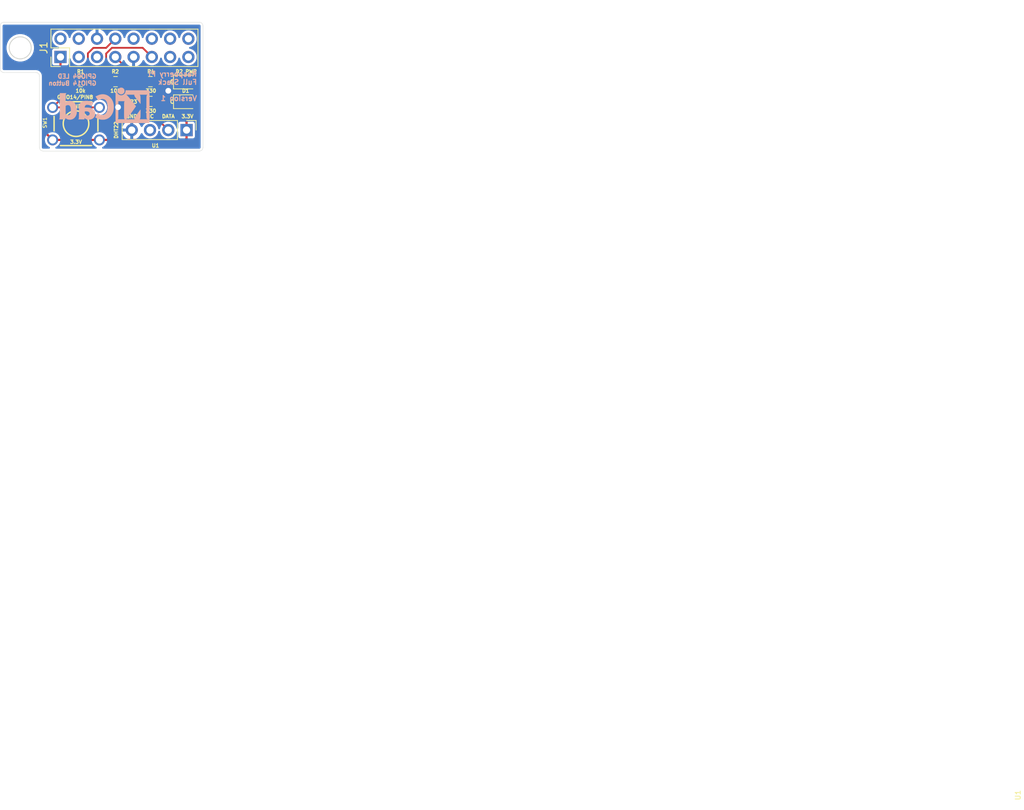
<source format=kicad_pcb>
(kicad_pcb (version 20171130) (host pcbnew "(5.1.4)-1")

  (general
    (thickness 1.6)
    (drawings 25)
    (tracks 69)
    (zones 0)
    (modules 11)
    (nets 8)
  )

  (page A4)
  (title_block
    (title RaspberryPiFullStackHAT)
    (date 2019-12-08)
    (rev v1)
    (comment 1 "Developer Črtomir Juren")
  )

  (layers
    (0 F.Cu signal)
    (31 B.Cu signal)
    (32 B.Adhes user)
    (33 F.Adhes user)
    (34 B.Paste user)
    (35 F.Paste user)
    (36 B.SilkS user)
    (37 F.SilkS user)
    (38 B.Mask user)
    (39 F.Mask user)
    (40 Dwgs.User user)
    (41 Cmts.User user)
    (42 Eco1.User user)
    (43 Eco2.User user)
    (44 Edge.Cuts user)
    (45 Margin user)
    (46 B.CrtYd user)
    (47 F.CrtYd user)
    (48 B.Fab user)
    (49 F.Fab user)
  )

  (setup
    (last_trace_width 0.25)
    (user_trace_width 0.3)
    (trace_clearance 0.2)
    (zone_clearance 0.508)
    (zone_45_only no)
    (trace_min 0.2)
    (via_size 0.8)
    (via_drill 0.4)
    (via_min_size 0.4)
    (via_min_drill 0.3)
    (user_via 1 0.6)
    (uvia_size 0.3)
    (uvia_drill 0.1)
    (uvias_allowed no)
    (uvia_min_size 0.2)
    (uvia_min_drill 0.1)
    (edge_width 0.05)
    (segment_width 0.2)
    (pcb_text_width 0.3)
    (pcb_text_size 1.5 1.5)
    (mod_edge_width 0.12)
    (mod_text_size 1 1)
    (mod_text_width 0.15)
    (pad_size 1.524 1.524)
    (pad_drill 0.762)
    (pad_to_mask_clearance 0.051)
    (solder_mask_min_width 0.25)
    (aux_axis_origin 0 0)
    (visible_elements 7FFFFFFF)
    (pcbplotparams
      (layerselection 0x010fc_ffffffff)
      (usegerberextensions false)
      (usegerberattributes false)
      (usegerberadvancedattributes false)
      (creategerberjobfile false)
      (excludeedgelayer true)
      (linewidth 0.100000)
      (plotframeref false)
      (viasonmask false)
      (mode 1)
      (useauxorigin false)
      (hpglpennumber 1)
      (hpglpenspeed 20)
      (hpglpendiameter 15.000000)
      (psnegative false)
      (psa4output false)
      (plotreference true)
      (plotvalue true)
      (plotinvisibletext false)
      (padsonsilk false)
      (subtractmaskfromsilk false)
      (outputformat 1)
      (mirror false)
      (drillshape 1)
      (scaleselection 1)
      (outputdirectory ""))
  )

  (net 0 "")
  (net 1 GND)
  (net 2 "Net-(D1-Pad2)")
  (net 3 "Net-(D2-Pad2)")
  (net 4 +3V3)
  (net 5 /led_output)
  (net 6 /button_input)
  (net 7 /DHT22_input)

  (net_class Default "This is the default net class."
    (clearance 0.2)
    (trace_width 0.25)
    (via_dia 0.8)
    (via_drill 0.4)
    (uvia_dia 0.3)
    (uvia_drill 0.1)
    (add_net /DHT22_input)
    (add_net /button_input)
    (add_net /led_output)
    (add_net "Net-(D1-Pad2)")
    (add_net "Net-(D2-Pad2)")
  )

  (net_class Power ""
    (clearance 0.3)
    (trace_width 0.3)
    (via_dia 1)
    (via_drill 0.8)
    (uvia_dia 0.3)
    (uvia_drill 0.1)
    (add_net +3V3)
    (add_net GND)
  )

  (module Symbol:KiCad-Logo_5mm_SilkScreen (layer B.Cu) (tedit 0) (tstamp 5DF69997)
    (at 105.918 89.916 180)
    (descr "KiCad Logo")
    (tags "Logo KiCad")
    (attr virtual)
    (fp_text reference REF** (at 0 5.08) (layer B.SilkS) hide
      (effects (font (size 1 1) (thickness 0.15)) (justify mirror))
    )
    (fp_text value KiCad-Logo_5mm_SilkScreen (at 0 -3.81) (layer B.Fab) hide
      (effects (font (size 1 1) (thickness 0.15)) (justify mirror))
    )
    (fp_poly (pts (xy -2.273043 2.973429) (xy -2.176768 2.949191) (xy -2.090184 2.906359) (xy -2.015373 2.846581)
      (xy -1.954418 2.771506) (xy -1.909399 2.68278) (xy -1.883136 2.58647) (xy -1.877286 2.489205)
      (xy -1.89214 2.395346) (xy -1.92584 2.307489) (xy -1.976528 2.22823) (xy -2.042345 2.160164)
      (xy -2.121434 2.105888) (xy -2.211934 2.067998) (xy -2.2632 2.055574) (xy -2.307698 2.048053)
      (xy -2.341999 2.045081) (xy -2.37496 2.046906) (xy -2.415434 2.053775) (xy -2.448531 2.06075)
      (xy -2.541947 2.092259) (xy -2.625619 2.143383) (xy -2.697665 2.212571) (xy -2.7562 2.298272)
      (xy -2.770148 2.325511) (xy -2.786586 2.361878) (xy -2.796894 2.392418) (xy -2.80246 2.42455)
      (xy -2.804669 2.465693) (xy -2.804948 2.511778) (xy -2.800861 2.596135) (xy -2.787446 2.665414)
      (xy -2.762256 2.726039) (xy -2.722846 2.784433) (xy -2.684298 2.828698) (xy -2.612406 2.894516)
      (xy -2.537313 2.939947) (xy -2.454562 2.96715) (xy -2.376928 2.977424) (xy -2.273043 2.973429)) (layer B.SilkS) (width 0.01))
    (fp_poly (pts (xy 6.186507 0.527755) (xy 6.186526 0.293338) (xy 6.186552 0.080397) (xy 6.186625 -0.112168)
      (xy 6.186782 -0.285459) (xy 6.187064 -0.440576) (xy 6.187509 -0.57862) (xy 6.188156 -0.700692)
      (xy 6.189045 -0.807894) (xy 6.190213 -0.901326) (xy 6.191701 -0.98209) (xy 6.193546 -1.051286)
      (xy 6.195789 -1.110015) (xy 6.198469 -1.159379) (xy 6.201623 -1.200478) (xy 6.205292 -1.234413)
      (xy 6.209513 -1.262286) (xy 6.214327 -1.285198) (xy 6.219773 -1.304249) (xy 6.225888 -1.32054)
      (xy 6.232712 -1.335173) (xy 6.240285 -1.349249) (xy 6.248645 -1.363868) (xy 6.253839 -1.372974)
      (xy 6.288104 -1.433689) (xy 5.429955 -1.433689) (xy 5.429955 -1.337733) (xy 5.429224 -1.29437)
      (xy 5.427272 -1.261205) (xy 5.424463 -1.243424) (xy 5.423221 -1.241778) (xy 5.411799 -1.248662)
      (xy 5.389084 -1.266505) (xy 5.366385 -1.285879) (xy 5.3118 -1.326614) (xy 5.242321 -1.367617)
      (xy 5.16527 -1.405123) (xy 5.087965 -1.435364) (xy 5.057113 -1.445012) (xy 4.988616 -1.459578)
      (xy 4.905764 -1.469539) (xy 4.816371 -1.474583) (xy 4.728248 -1.474396) (xy 4.649207 -1.468666)
      (xy 4.611511 -1.462858) (xy 4.473414 -1.424797) (xy 4.346113 -1.367073) (xy 4.230292 -1.290211)
      (xy 4.126637 -1.194739) (xy 4.035833 -1.081179) (xy 3.969031 -0.970381) (xy 3.914164 -0.853625)
      (xy 3.872163 -0.734276) (xy 3.842167 -0.608283) (xy 3.823311 -0.471594) (xy 3.814732 -0.320158)
      (xy 3.814006 -0.242711) (xy 3.8161 -0.185934) (xy 4.645217 -0.185934) (xy 4.645424 -0.279002)
      (xy 4.648337 -0.366692) (xy 4.654 -0.443772) (xy 4.662455 -0.505009) (xy 4.665038 -0.51735)
      (xy 4.69684 -0.624633) (xy 4.738498 -0.711658) (xy 4.790363 -0.778642) (xy 4.852781 -0.825805)
      (xy 4.9261 -0.853365) (xy 5.010669 -0.861541) (xy 5.106835 -0.850551) (xy 5.170311 -0.834829)
      (xy 5.219454 -0.816639) (xy 5.273583 -0.790791) (xy 5.314244 -0.767089) (xy 5.3848 -0.720721)
      (xy 5.3848 0.42947) (xy 5.317392 0.473038) (xy 5.238867 0.51396) (xy 5.154681 0.540611)
      (xy 5.069557 0.552535) (xy 4.988216 0.549278) (xy 4.91538 0.530385) (xy 4.883426 0.514816)
      (xy 4.825501 0.471819) (xy 4.776544 0.415047) (xy 4.73539 0.342425) (xy 4.700874 0.251879)
      (xy 4.671833 0.141334) (xy 4.670552 0.135467) (xy 4.660381 0.073212) (xy 4.652739 -0.004594)
      (xy 4.64767 -0.09272) (xy 4.645217 -0.185934) (xy 3.8161 -0.185934) (xy 3.821857 -0.029895)
      (xy 3.843802 0.165941) (xy 3.879786 0.344668) (xy 3.929759 0.506155) (xy 3.993668 0.650274)
      (xy 4.071462 0.776894) (xy 4.163089 0.885885) (xy 4.268497 0.977117) (xy 4.313662 1.008068)
      (xy 4.414611 1.064215) (xy 4.517901 1.103826) (xy 4.627989 1.127986) (xy 4.74933 1.137781)
      (xy 4.841836 1.136735) (xy 4.97149 1.125769) (xy 5.084084 1.103954) (xy 5.182875 1.070286)
      (xy 5.271121 1.023764) (xy 5.319986 0.989552) (xy 5.349353 0.967638) (xy 5.371043 0.952667)
      (xy 5.379253 0.948267) (xy 5.380868 0.959096) (xy 5.382159 0.989749) (xy 5.383138 1.037474)
      (xy 5.383817 1.099521) (xy 5.38421 1.173138) (xy 5.38433 1.255573) (xy 5.384188 1.344075)
      (xy 5.383797 1.435893) (xy 5.383171 1.528276) (xy 5.38232 1.618472) (xy 5.38126 1.703729)
      (xy 5.380001 1.781297) (xy 5.378556 1.848424) (xy 5.376938 1.902359) (xy 5.375161 1.94035)
      (xy 5.374669 1.947333) (xy 5.367092 2.017749) (xy 5.355531 2.072898) (xy 5.337792 2.120019)
      (xy 5.311682 2.166353) (xy 5.305415 2.175933) (xy 5.280983 2.212622) (xy 6.186311 2.212622)
      (xy 6.186507 0.527755)) (layer B.SilkS) (width 0.01))
    (fp_poly (pts (xy 2.673574 1.133448) (xy 2.825492 1.113433) (xy 2.960756 1.079798) (xy 3.080239 1.032275)
      (xy 3.184815 0.970595) (xy 3.262424 0.907035) (xy 3.331265 0.832901) (xy 3.385006 0.753129)
      (xy 3.42791 0.660909) (xy 3.443384 0.617839) (xy 3.456244 0.578858) (xy 3.467446 0.542711)
      (xy 3.47712 0.507566) (xy 3.485396 0.47159) (xy 3.492403 0.43295) (xy 3.498272 0.389815)
      (xy 3.503131 0.340351) (xy 3.50711 0.282727) (xy 3.51034 0.215109) (xy 3.512949 0.135666)
      (xy 3.515067 0.042564) (xy 3.516824 -0.066027) (xy 3.518349 -0.191942) (xy 3.519772 -0.337012)
      (xy 3.521025 -0.479778) (xy 3.522351 -0.635968) (xy 3.523556 -0.771239) (xy 3.524766 -0.887246)
      (xy 3.526106 -0.985645) (xy 3.5277 -1.068093) (xy 3.529675 -1.136246) (xy 3.532156 -1.19176)
      (xy 3.535269 -1.236292) (xy 3.539138 -1.271498) (xy 3.543889 -1.299034) (xy 3.549648 -1.320556)
      (xy 3.556539 -1.337722) (xy 3.564689 -1.352186) (xy 3.574223 -1.365606) (xy 3.585266 -1.379638)
      (xy 3.589566 -1.385071) (xy 3.605386 -1.40791) (xy 3.612422 -1.423463) (xy 3.612444 -1.423922)
      (xy 3.601567 -1.426121) (xy 3.570582 -1.428147) (xy 3.521957 -1.429942) (xy 3.458163 -1.431451)
      (xy 3.381669 -1.432616) (xy 3.294944 -1.43338) (xy 3.200457 -1.433686) (xy 3.18955 -1.433689)
      (xy 2.766657 -1.433689) (xy 2.763395 -1.337622) (xy 2.760133 -1.241556) (xy 2.698044 -1.292543)
      (xy 2.600714 -1.360057) (xy 2.490813 -1.414749) (xy 2.404349 -1.444978) (xy 2.335278 -1.459666)
      (xy 2.251925 -1.469659) (xy 2.162159 -1.474646) (xy 2.073845 -1.474313) (xy 1.994851 -1.468351)
      (xy 1.958622 -1.462638) (xy 1.818603 -1.424776) (xy 1.692178 -1.369932) (xy 1.58026 -1.298924)
      (xy 1.483762 -1.212568) (xy 1.4036 -1.111679) (xy 1.340687 -0.997076) (xy 1.296312 -0.870984)
      (xy 1.283978 -0.814401) (xy 1.276368 -0.752202) (xy 1.272739 -0.677363) (xy 1.272245 -0.643467)
      (xy 1.27231 -0.640282) (xy 2.032248 -0.640282) (xy 2.041541 -0.715333) (xy 2.069728 -0.77916)
      (xy 2.118197 -0.834798) (xy 2.123254 -0.839211) (xy 2.171548 -0.874037) (xy 2.223257 -0.89662)
      (xy 2.283989 -0.90854) (xy 2.359352 -0.911383) (xy 2.377459 -0.910978) (xy 2.431278 -0.908325)
      (xy 2.471308 -0.902909) (xy 2.506324 -0.892745) (xy 2.545103 -0.87585) (xy 2.555745 -0.870672)
      (xy 2.616396 -0.834844) (xy 2.663215 -0.792212) (xy 2.675952 -0.776973) (xy 2.720622 -0.720462)
      (xy 2.720622 -0.524586) (xy 2.720086 -0.445939) (xy 2.718396 -0.387988) (xy 2.715428 -0.348875)
      (xy 2.711057 -0.326741) (xy 2.706972 -0.320274) (xy 2.691047 -0.317111) (xy 2.657264 -0.314488)
      (xy 2.61034 -0.312655) (xy 2.554993 -0.311857) (xy 2.546106 -0.311842) (xy 2.42533 -0.317096)
      (xy 2.32266 -0.333263) (xy 2.236106 -0.360961) (xy 2.163681 -0.400808) (xy 2.108751 -0.447758)
      (xy 2.064204 -0.505645) (xy 2.03948 -0.568693) (xy 2.032248 -0.640282) (xy 1.27231 -0.640282)
      (xy 1.274178 -0.549712) (xy 1.282522 -0.470812) (xy 1.298768 -0.39959) (xy 1.324405 -0.328864)
      (xy 1.348401 -0.276493) (xy 1.40702 -0.181196) (xy 1.485117 -0.09317) (xy 1.580315 -0.014017)
      (xy 1.690238 0.05466) (xy 1.81251 0.111259) (xy 1.944755 0.154179) (xy 2.009422 0.169118)
      (xy 2.145604 0.191223) (xy 2.294049 0.205806) (xy 2.445505 0.212187) (xy 2.572064 0.210555)
      (xy 2.73395 0.203776) (xy 2.72653 0.262755) (xy 2.707238 0.361908) (xy 2.676104 0.442628)
      (xy 2.632269 0.505534) (xy 2.574871 0.551244) (xy 2.503048 0.580378) (xy 2.415941 0.593553)
      (xy 2.312686 0.591389) (xy 2.274711 0.587388) (xy 2.13352 0.56222) (xy 1.996707 0.521186)
      (xy 1.902178 0.483185) (xy 1.857018 0.46381) (xy 1.818585 0.44824) (xy 1.792234 0.438595)
      (xy 1.784546 0.436548) (xy 1.774802 0.445626) (xy 1.758083 0.474595) (xy 1.734232 0.523783)
      (xy 1.703093 0.593516) (xy 1.664507 0.684121) (xy 1.65791 0.699911) (xy 1.627853 0.772228)
      (xy 1.600874 0.837575) (xy 1.578136 0.893094) (xy 1.560806 0.935928) (xy 1.550048 0.963219)
      (xy 1.546941 0.972058) (xy 1.55694 0.976813) (xy 1.583217 0.98209) (xy 1.611489 0.985769)
      (xy 1.641646 0.990526) (xy 1.689433 0.999972) (xy 1.750612 1.01318) (xy 1.820946 1.029224)
      (xy 1.896194 1.04718) (xy 1.924755 1.054203) (xy 2.029816 1.079791) (xy 2.11748 1.099853)
      (xy 2.192068 1.115031) (xy 2.257903 1.125965) (xy 2.319307 1.133296) (xy 2.380602 1.137665)
      (xy 2.44611 1.139713) (xy 2.504128 1.140111) (xy 2.673574 1.133448)) (layer B.SilkS) (width 0.01))
    (fp_poly (pts (xy 0.328429 2.050929) (xy 0.48857 2.029755) (xy 0.65251 1.989615) (xy 0.822313 1.930111)
      (xy 1.000043 1.850846) (xy 1.01131 1.845301) (xy 1.069005 1.817275) (xy 1.120552 1.793198)
      (xy 1.162191 1.774751) (xy 1.190162 1.763614) (xy 1.199733 1.761067) (xy 1.21895 1.756059)
      (xy 1.223561 1.751853) (xy 1.218458 1.74142) (xy 1.202418 1.715132) (xy 1.177288 1.675743)
      (xy 1.144914 1.626009) (xy 1.107143 1.568685) (xy 1.065822 1.506524) (xy 1.022798 1.442282)
      (xy 0.979917 1.378715) (xy 0.939026 1.318575) (xy 0.901971 1.26462) (xy 0.8706 1.219603)
      (xy 0.846759 1.186279) (xy 0.832294 1.167403) (xy 0.830309 1.165213) (xy 0.820191 1.169862)
      (xy 0.79785 1.187038) (xy 0.76728 1.21356) (xy 0.751536 1.228036) (xy 0.655047 1.303318)
      (xy 0.548336 1.358759) (xy 0.432832 1.393859) (xy 0.309962 1.40812) (xy 0.240561 1.406949)
      (xy 0.119423 1.389788) (xy 0.010205 1.353906) (xy -0.087418 1.299041) (xy -0.173772 1.22493)
      (xy -0.249185 1.131312) (xy -0.313982 1.017924) (xy -0.351399 0.931333) (xy -0.395252 0.795634)
      (xy -0.427572 0.64815) (xy -0.448443 0.492686) (xy -0.457949 0.333044) (xy -0.456173 0.173027)
      (xy -0.443197 0.016439) (xy -0.419106 -0.132918) (xy -0.383982 -0.27124) (xy -0.337908 -0.394724)
      (xy -0.321627 -0.428978) (xy -0.25338 -0.543064) (xy -0.172921 -0.639557) (xy -0.08143 -0.71767)
      (xy 0.019911 -0.776617) (xy 0.12992 -0.815612) (xy 0.247415 -0.833868) (xy 0.288883 -0.835211)
      (xy 0.410441 -0.82429) (xy 0.530878 -0.791474) (xy 0.648666 -0.737439) (xy 0.762277 -0.662865)
      (xy 0.853685 -0.584539) (xy 0.900215 -0.540008) (xy 1.081483 -0.837271) (xy 1.12658 -0.911433)
      (xy 1.167819 -0.979646) (xy 1.203735 -1.039459) (xy 1.232866 -1.08842) (xy 1.25375 -1.124079)
      (xy 1.264924 -1.143984) (xy 1.266375 -1.147079) (xy 1.258146 -1.156718) (xy 1.232567 -1.173999)
      (xy 1.192873 -1.197283) (xy 1.142297 -1.224934) (xy 1.084074 -1.255315) (xy 1.021437 -1.28679)
      (xy 0.957621 -1.317722) (xy 0.89586 -1.346473) (xy 0.839388 -1.371408) (xy 0.791438 -1.390889)
      (xy 0.767986 -1.399318) (xy 0.634221 -1.437133) (xy 0.496327 -1.462136) (xy 0.348622 -1.47514)
      (xy 0.221833 -1.477468) (xy 0.153878 -1.476373) (xy 0.088277 -1.474275) (xy 0.030847 -1.471434)
      (xy -0.012597 -1.468106) (xy -0.026702 -1.466422) (xy -0.165716 -1.437587) (xy -0.307243 -1.392468)
      (xy -0.444725 -1.33375) (xy -0.571606 -1.26412) (xy -0.649111 -1.211441) (xy -0.776519 -1.103239)
      (xy -0.894822 -0.976671) (xy -1.001828 -0.834866) (xy -1.095348 -0.680951) (xy -1.17319 -0.518053)
      (xy -1.217044 -0.400756) (xy -1.267292 -0.217128) (xy -1.300791 -0.022581) (xy -1.317551 0.178675)
      (xy -1.317584 0.382432) (xy -1.300899 0.584479) (xy -1.267507 0.780608) (xy -1.21742 0.966609)
      (xy -1.213603 0.978197) (xy -1.150719 1.14025) (xy -1.073972 1.288168) (xy -0.980758 1.426135)
      (xy -0.868473 1.558339) (xy -0.824608 1.603601) (xy -0.688466 1.727543) (xy -0.548509 1.830085)
      (xy -0.402589 1.912344) (xy -0.248558 1.975436) (xy -0.084268 2.020477) (xy 0.011289 2.037967)
      (xy 0.170023 2.053534) (xy 0.328429 2.050929)) (layer B.SilkS) (width 0.01))
    (fp_poly (pts (xy -2.9464 2.510946) (xy -2.935535 2.397007) (xy -2.903918 2.289384) (xy -2.853015 2.190385)
      (xy -2.784293 2.102316) (xy -2.699219 2.027484) (xy -2.602232 1.969616) (xy -2.495964 1.929995)
      (xy -2.38895 1.911427) (xy -2.2833 1.912566) (xy -2.181125 1.93207) (xy -2.084534 1.968594)
      (xy -1.995638 2.020795) (xy -1.916546 2.087327) (xy -1.849369 2.166848) (xy -1.796217 2.258013)
      (xy -1.759199 2.359477) (xy -1.740427 2.469898) (xy -1.738489 2.519794) (xy -1.738489 2.607733)
      (xy -1.68656 2.607733) (xy -1.650253 2.604889) (xy -1.623355 2.593089) (xy -1.596249 2.569351)
      (xy -1.557867 2.530969) (xy -1.557867 0.339398) (xy -1.557876 0.077261) (xy -1.557908 -0.163241)
      (xy -1.557972 -0.383048) (xy -1.558076 -0.583101) (xy -1.558227 -0.764344) (xy -1.558434 -0.927716)
      (xy -1.558706 -1.07416) (xy -1.55905 -1.204617) (xy -1.559474 -1.320029) (xy -1.559987 -1.421338)
      (xy -1.560597 -1.509484) (xy -1.561312 -1.58541) (xy -1.56214 -1.650057) (xy -1.563089 -1.704367)
      (xy -1.564167 -1.74928) (xy -1.565383 -1.78574) (xy -1.566745 -1.814687) (xy -1.568261 -1.837063)
      (xy -1.569938 -1.853809) (xy -1.571786 -1.865868) (xy -1.573813 -1.87418) (xy -1.576025 -1.879687)
      (xy -1.577108 -1.881537) (xy -1.581271 -1.888549) (xy -1.584805 -1.894996) (xy -1.588635 -1.9009)
      (xy -1.593682 -1.906286) (xy -1.600871 -1.911178) (xy -1.611123 -1.915598) (xy -1.625364 -1.919572)
      (xy -1.644514 -1.923121) (xy -1.669499 -1.92627) (xy -1.70124 -1.929042) (xy -1.740662 -1.931461)
      (xy -1.788686 -1.933551) (xy -1.846237 -1.935335) (xy -1.914237 -1.936837) (xy -1.99361 -1.93808)
      (xy -2.085279 -1.939089) (xy -2.190166 -1.939885) (xy -2.309196 -1.940494) (xy -2.44329 -1.940939)
      (xy -2.593373 -1.941243) (xy -2.760367 -1.94143) (xy -2.945196 -1.941524) (xy -3.148783 -1.941548)
      (xy -3.37205 -1.941525) (xy -3.615922 -1.94148) (xy -3.881321 -1.941437) (xy -3.919704 -1.941432)
      (xy -4.186682 -1.941389) (xy -4.432002 -1.941318) (xy -4.656583 -1.941213) (xy -4.861345 -1.941066)
      (xy -5.047206 -1.940869) (xy -5.215088 -1.940616) (xy -5.365908 -1.9403) (xy -5.500587 -1.939913)
      (xy -5.620044 -1.939447) (xy -5.725199 -1.938897) (xy -5.816971 -1.938253) (xy -5.896279 -1.937511)
      (xy -5.964043 -1.936661) (xy -6.021182 -1.935697) (xy -6.068617 -1.934611) (xy -6.107266 -1.933397)
      (xy -6.138049 -1.932047) (xy -6.161885 -1.930555) (xy -6.179694 -1.928911) (xy -6.192395 -1.927111)
      (xy -6.200908 -1.925145) (xy -6.205266 -1.923477) (xy -6.213728 -1.919906) (xy -6.221497 -1.91727)
      (xy -6.228602 -1.914634) (xy -6.235073 -1.911062) (xy -6.240939 -1.905621) (xy -6.246229 -1.897375)
      (xy -6.250974 -1.88539) (xy -6.255202 -1.868731) (xy -6.258943 -1.846463) (xy -6.262227 -1.817652)
      (xy -6.265083 -1.781363) (xy -6.26754 -1.736661) (xy -6.269629 -1.682611) (xy -6.271378 -1.618279)
      (xy -6.272817 -1.54273) (xy -6.273976 -1.45503) (xy -6.274883 -1.354243) (xy -6.275569 -1.239434)
      (xy -6.276063 -1.10967) (xy -6.276395 -0.964015) (xy -6.276593 -0.801535) (xy -6.276687 -0.621295)
      (xy -6.276708 -0.42236) (xy -6.276685 -0.203796) (xy -6.276646 0.035332) (xy -6.276622 0.29596)
      (xy -6.276622 0.338111) (xy -6.276636 0.601008) (xy -6.276661 0.842268) (xy -6.276671 1.062835)
      (xy -6.276642 1.263648) (xy -6.276548 1.445651) (xy -6.276362 1.609784) (xy -6.276059 1.756989)
      (xy -6.275614 1.888208) (xy -6.275034 1.998133) (xy -5.972197 1.998133) (xy -5.932407 1.940289)
      (xy -5.921236 1.924521) (xy -5.911166 1.910559) (xy -5.902138 1.897216) (xy -5.894097 1.883307)
      (xy -5.886986 1.867644) (xy -5.880747 1.849042) (xy -5.875325 1.826314) (xy -5.870662 1.798273)
      (xy -5.866701 1.763733) (xy -5.863385 1.721508) (xy -5.860659 1.670411) (xy -5.858464 1.609256)
      (xy -5.856745 1.536856) (xy -5.855444 1.452025) (xy -5.854505 1.353578) (xy -5.85387 1.240326)
      (xy -5.853484 1.111084) (xy -5.853288 0.964666) (xy -5.853227 0.799884) (xy -5.853243 0.615553)
      (xy -5.85328 0.410487) (xy -5.853289 0.287867) (xy -5.853265 0.070918) (xy -5.853231 -0.124642)
      (xy -5.853243 -0.299999) (xy -5.853358 -0.456341) (xy -5.85363 -0.594857) (xy -5.854118 -0.716734)
      (xy -5.854876 -0.82316) (xy -5.855962 -0.915322) (xy -5.857431 -0.994409) (xy -5.85934 -1.061608)
      (xy -5.861744 -1.118107) (xy -5.864701 -1.165093) (xy -5.868266 -1.203755) (xy -5.872495 -1.23528)
      (xy -5.877446 -1.260855) (xy -5.883173 -1.28167) (xy -5.889733 -1.298911) (xy -5.897183 -1.313765)
      (xy -5.905579 -1.327422) (xy -5.914976 -1.341069) (xy -5.925432 -1.355893) (xy -5.931523 -1.364783)
      (xy -5.970296 -1.4224) (xy -5.438732 -1.4224) (xy -5.315483 -1.422365) (xy -5.212987 -1.422215)
      (xy -5.12942 -1.421878) (xy -5.062956 -1.421286) (xy -5.011771 -1.420367) (xy -4.974041 -1.419051)
      (xy -4.94794 -1.417269) (xy -4.931644 -1.414951) (xy -4.923328 -1.412026) (xy -4.921168 -1.408424)
      (xy -4.923339 -1.404075) (xy -4.924535 -1.402645) (xy -4.949685 -1.365573) (xy -4.975583 -1.312772)
      (xy -4.999192 -1.25077) (xy -5.007461 -1.224357) (xy -5.012078 -1.206416) (xy -5.015979 -1.185355)
      (xy -5.019248 -1.159089) (xy -5.021966 -1.125532) (xy -5.024215 -1.082599) (xy -5.026077 -1.028204)
      (xy -5.027636 -0.960262) (xy -5.028972 -0.876688) (xy -5.030169 -0.775395) (xy -5.031308 -0.6543)
      (xy -5.031685 -0.6096) (xy -5.032702 -0.484449) (xy -5.03346 -0.380082) (xy -5.033903 -0.294707)
      (xy -5.03397 -0.226533) (xy -5.033605 -0.173765) (xy -5.032748 -0.134614) (xy -5.031341 -0.107285)
      (xy -5.029325 -0.089986) (xy -5.026643 -0.080926) (xy -5.023236 -0.078312) (xy -5.019044 -0.080351)
      (xy -5.014571 -0.084667) (xy -5.004216 -0.097602) (xy -4.982158 -0.126676) (xy -4.949957 -0.169759)
      (xy -4.909174 -0.224718) (xy -4.86137 -0.289423) (xy -4.808105 -0.361742) (xy -4.75094 -0.439544)
      (xy -4.691437 -0.520698) (xy -4.631155 -0.603072) (xy -4.571655 -0.684536) (xy -4.514498 -0.762957)
      (xy -4.461245 -0.836204) (xy -4.413457 -0.902147) (xy -4.372693 -0.958654) (xy -4.340516 -1.003593)
      (xy -4.318485 -1.034834) (xy -4.313917 -1.041466) (xy -4.290996 -1.078369) (xy -4.264188 -1.126359)
      (xy -4.238789 -1.175897) (xy -4.235568 -1.182577) (xy -4.21389 -1.230772) (xy -4.201304 -1.268334)
      (xy -4.195574 -1.30416) (xy -4.194456 -1.3462) (xy -4.19509 -1.4224) (xy -3.040651 -1.4224)
      (xy -3.131815 -1.328669) (xy -3.178612 -1.278775) (xy -3.228899 -1.222295) (xy -3.274944 -1.168026)
      (xy -3.295369 -1.142673) (xy -3.325807 -1.103128) (xy -3.365862 -1.049916) (xy -3.414361 -0.984667)
      (xy -3.470135 -0.909011) (xy -3.532011 -0.824577) (xy -3.598819 -0.732994) (xy -3.669387 -0.635892)
      (xy -3.742545 -0.534901) (xy -3.817121 -0.43165) (xy -3.891944 -0.327768) (xy -3.965843 -0.224885)
      (xy -4.037646 -0.124631) (xy -4.106184 -0.028636) (xy -4.170284 0.061473) (xy -4.228775 0.144064)
      (xy -4.280486 0.217508) (xy -4.324247 0.280176) (xy -4.358885 0.330439) (xy -4.38323 0.366666)
      (xy -4.396111 0.387229) (xy -4.397869 0.391332) (xy -4.38991 0.402658) (xy -4.369115 0.429838)
      (xy -4.336847 0.471171) (xy -4.29447 0.524956) (xy -4.243347 0.589494) (xy -4.184841 0.663082)
      (xy -4.120314 0.744022) (xy -4.051131 0.830612) (xy -3.978653 0.921152) (xy -3.904246 1.01394)
      (xy -3.844517 1.088298) (xy -2.833511 1.088298) (xy -2.827602 1.075341) (xy -2.813272 1.053092)
      (xy -2.812225 1.051609) (xy -2.793438 1.021456) (xy -2.773791 0.984625) (xy -2.769892 0.976489)
      (xy -2.766356 0.96806) (xy -2.76323 0.957941) (xy -2.760486 0.94474) (xy -2.758092 0.927062)
      (xy -2.756019 0.903516) (xy -2.754235 0.872707) (xy -2.752712 0.833243) (xy -2.751419 0.783731)
      (xy -2.750326 0.722777) (xy -2.749403 0.648989) (xy -2.748619 0.560972) (xy -2.747945 0.457335)
      (xy -2.74735 0.336684) (xy -2.746805 0.197626) (xy -2.746279 0.038768) (xy -2.745745 -0.140089)
      (xy -2.745206 -0.325207) (xy -2.744772 -0.489145) (xy -2.744509 -0.633303) (xy -2.744484 -0.759079)
      (xy -2.744765 -0.867871) (xy -2.745419 -0.961077) (xy -2.746514 -1.040097) (xy -2.748118 -1.106328)
      (xy -2.750297 -1.16117) (xy -2.753119 -1.206021) (xy -2.756651 -1.242278) (xy -2.760961 -1.271341)
      (xy -2.766117 -1.294609) (xy -2.772185 -1.313479) (xy -2.779233 -1.329351) (xy -2.787329 -1.343622)
      (xy -2.79654 -1.357691) (xy -2.80504 -1.370158) (xy -2.822176 -1.396452) (xy -2.832322 -1.414037)
      (xy -2.833511 -1.417257) (xy -2.822604 -1.418334) (xy -2.791411 -1.419335) (xy -2.742223 -1.420235)
      (xy -2.677333 -1.42101) (xy -2.59903 -1.421637) (xy -2.509607 -1.422091) (xy -2.411356 -1.422349)
      (xy -2.342445 -1.4224) (xy -2.237452 -1.42218) (xy -2.14061 -1.421548) (xy -2.054107 -1.420549)
      (xy -1.980132 -1.419227) (xy -1.920874 -1.417626) (xy -1.87852 -1.415791) (xy -1.85526 -1.413765)
      (xy -1.851378 -1.412493) (xy -1.859076 -1.397591) (xy -1.867074 -1.38956) (xy -1.880246 -1.372434)
      (xy -1.897485 -1.342183) (xy -1.909407 -1.317622) (xy -1.936045 -1.258711) (xy -1.93912 -0.081845)
      (xy -1.942195 1.095022) (xy -2.387853 1.095022) (xy -2.48567 1.094858) (xy -2.576064 1.094389)
      (xy -2.65663 1.093653) (xy -2.724962 1.092684) (xy -2.778656 1.09152) (xy -2.815305 1.090197)
      (xy -2.832504 1.088751) (xy -2.833511 1.088298) (xy -3.844517 1.088298) (xy -3.82927 1.107278)
      (xy -3.75509 1.199463) (xy -3.683069 1.288796) (xy -3.614569 1.373576) (xy -3.550955 1.452102)
      (xy -3.493588 1.522674) (xy -3.443833 1.583591) (xy -3.403052 1.633153) (xy -3.385888 1.653822)
      (xy -3.299596 1.754484) (xy -3.222997 1.837741) (xy -3.154183 1.905562) (xy -3.091248 1.959911)
      (xy -3.081867 1.967278) (xy -3.042356 1.997883) (xy -4.174116 1.998133) (xy -4.168827 1.950156)
      (xy -4.17213 1.892812) (xy -4.193661 1.824537) (xy -4.233635 1.744788) (xy -4.278943 1.672505)
      (xy -4.295161 1.64986) (xy -4.323214 1.612304) (xy -4.36143 1.561979) (xy -4.408137 1.501027)
      (xy -4.461661 1.431589) (xy -4.520331 1.355806) (xy -4.582475 1.27582) (xy -4.646421 1.193772)
      (xy -4.710495 1.111804) (xy -4.773027 1.032057) (xy -4.832343 0.956673) (xy -4.886771 0.887793)
      (xy -4.934639 0.827558) (xy -4.974275 0.778111) (xy -5.004006 0.741592) (xy -5.022161 0.720142)
      (xy -5.02522 0.716844) (xy -5.028079 0.724851) (xy -5.030293 0.755145) (xy -5.031857 0.807444)
      (xy -5.032767 0.881469) (xy -5.03302 0.976937) (xy -5.032613 1.093566) (xy -5.031704 1.213555)
      (xy -5.030382 1.345667) (xy -5.028857 1.457406) (xy -5.026881 1.550975) (xy -5.024206 1.628581)
      (xy -5.020582 1.692426) (xy -5.015761 1.744717) (xy -5.009494 1.787656) (xy -5.001532 1.823449)
      (xy -4.991627 1.8543) (xy -4.979531 1.882414) (xy -4.964993 1.909995) (xy -4.950311 1.935034)
      (xy -4.912314 1.998133) (xy -5.972197 1.998133) (xy -6.275034 1.998133) (xy -6.275001 2.004383)
      (xy -6.274195 2.106456) (xy -6.27317 2.195367) (xy -6.2719 2.272059) (xy -6.27036 2.337473)
      (xy -6.268524 2.392551) (xy -6.266367 2.438235) (xy -6.263863 2.475466) (xy -6.260987 2.505187)
      (xy -6.257713 2.528338) (xy -6.254015 2.545861) (xy -6.249869 2.558699) (xy -6.245247 2.567792)
      (xy -6.240126 2.574082) (xy -6.234478 2.578512) (xy -6.228279 2.582022) (xy -6.221504 2.585555)
      (xy -6.215508 2.589124) (xy -6.210275 2.5917) (xy -6.202099 2.594028) (xy -6.189886 2.596122)
      (xy -6.172541 2.597993) (xy -6.148969 2.599653) (xy -6.118077 2.601116) (xy -6.078768 2.602392)
      (xy -6.02995 2.603496) (xy -5.970527 2.604439) (xy -5.899404 2.605233) (xy -5.815488 2.605891)
      (xy -5.717683 2.606425) (xy -5.604894 2.606847) (xy -5.476029 2.607171) (xy -5.329991 2.607408)
      (xy -5.165686 2.60757) (xy -4.98202 2.60767) (xy -4.777897 2.60772) (xy -4.566753 2.607733)
      (xy -2.9464 2.607733) (xy -2.9464 2.510946)) (layer B.SilkS) (width 0.01))
  )

  (module "" (layer F.Cu) (tedit 0) (tstamp 0)
    (at 116.332 98.171)
    (fp_text reference "" (at 117.221 88.9) (layer F.SilkS)
      (effects (font (size 1.27 1.27) (thickness 0.15)))
    )
    (fp_text value "" (at 117.221 88.9) (layer F.SilkS)
      (effects (font (size 1.27 1.27) (thickness 0.15)))
    )
    (fp_text user U1 (at 116.586 87.122 -90) (layer F.SilkS)
      (effects (font (size 0.7 0.7) (thickness 0.125)))
    )
  )

  (module LED_SMD:LED_0805_2012Metric (layer F.Cu) (tedit 5B36C52C) (tstamp 5DED063C)
    (at 117.221 88.9)
    (descr "LED SMD 0805 (2012 Metric), square (rectangular) end terminal, IPC_7351 nominal, (Body size source: https://docs.google.com/spreadsheets/d/1BsfQQcO9C6DZCsRaXUlFlo91Tg2WpOkGARC1WS5S8t0/edit?usp=sharing), generated with kicad-footprint-generator")
    (tags diode)
    (path /5DE84930)
    (attr smd)
    (fp_text reference D1 (at 0 -1.524) (layer F.SilkS)
      (effects (font (size 0.5 0.5) (thickness 0.125)))
    )
    (fp_text value LED (at 0 1.65) (layer F.Fab) hide
      (effects (font (size 1 1) (thickness 0.15)))
    )
    (fp_line (start 1 -0.6) (end -0.7 -0.6) (layer F.Fab) (width 0.1))
    (fp_line (start -0.7 -0.6) (end -1 -0.3) (layer F.Fab) (width 0.1))
    (fp_line (start -1 -0.3) (end -1 0.6) (layer F.Fab) (width 0.1))
    (fp_line (start -1 0.6) (end 1 0.6) (layer F.Fab) (width 0.1))
    (fp_line (start 1 0.6) (end 1 -0.6) (layer F.Fab) (width 0.1))
    (fp_line (start 1 -0.96) (end -1.685 -0.96) (layer F.SilkS) (width 0.12))
    (fp_line (start -1.685 -0.96) (end -1.685 0.96) (layer F.SilkS) (width 0.12))
    (fp_line (start -1.685 0.96) (end 1 0.96) (layer F.SilkS) (width 0.12))
    (fp_line (start -1.68 0.95) (end -1.68 -0.95) (layer F.CrtYd) (width 0.05))
    (fp_line (start -1.68 -0.95) (end 1.68 -0.95) (layer F.CrtYd) (width 0.05))
    (fp_line (start 1.68 -0.95) (end 1.68 0.95) (layer F.CrtYd) (width 0.05))
    (fp_line (start 1.68 0.95) (end -1.68 0.95) (layer F.CrtYd) (width 0.05))
    (fp_text user %R (at 0 0 90) (layer F.Fab)
      (effects (font (size 0.5 0.5) (thickness 0.08)))
    )
    (pad 1 smd roundrect (at -0.9375 0) (size 0.975 1.4) (layers F.Cu F.Paste F.Mask) (roundrect_rratio 0.25)
      (net 1 GND))
    (pad 2 smd roundrect (at 0.9375 0) (size 0.975 1.4) (layers F.Cu F.Paste F.Mask) (roundrect_rratio 0.25)
      (net 2 "Net-(D1-Pad2)"))
    (model ${KISYS3DMOD}/LED_SMD.3dshapes/LED_0805_2012Metric.wrl
      (at (xyz 0 0 0))
      (scale (xyz 1 1 1))
      (rotate (xyz 0 0 0))
    )
  )

  (module LED_SMD:LED_0805_2012Metric (layer F.Cu) (tedit 5B36C52C) (tstamp 5DECE4DD)
    (at 117.221 86.152)
    (descr "LED SMD 0805 (2012 Metric), square (rectangular) end terminal, IPC_7351 nominal, (Body size source: https://docs.google.com/spreadsheets/d/1BsfQQcO9C6DZCsRaXUlFlo91Tg2WpOkGARC1WS5S8t0/edit?usp=sharing), generated with kicad-footprint-generator")
    (tags diode)
    (path /5DF0EFFA)
    (attr smd)
    (fp_text reference D2 (at -0.889 -1.443) (layer F.SilkS)
      (effects (font (size 0.5 0.5) (thickness 0.125)))
    )
    (fp_text value LED (at 0 1.65) (layer F.Fab)
      (effects (font (size 1 1) (thickness 0.15)))
    )
    (fp_text user %R (at 0 0) (layer F.Fab)
      (effects (font (size 0.5 0.5) (thickness 0.08)))
    )
    (fp_line (start 1.68 0.95) (end -1.68 0.95) (layer F.CrtYd) (width 0.05))
    (fp_line (start 1.68 -0.95) (end 1.68 0.95) (layer F.CrtYd) (width 0.05))
    (fp_line (start -1.68 -0.95) (end 1.68 -0.95) (layer F.CrtYd) (width 0.05))
    (fp_line (start -1.68 0.95) (end -1.68 -0.95) (layer F.CrtYd) (width 0.05))
    (fp_line (start -1.685 0.96) (end 1 0.96) (layer F.SilkS) (width 0.12))
    (fp_line (start -1.685 -0.96) (end -1.685 0.96) (layer F.SilkS) (width 0.12))
    (fp_line (start 1 -0.96) (end -1.685 -0.96) (layer F.SilkS) (width 0.12))
    (fp_line (start 1 0.6) (end 1 -0.6) (layer F.Fab) (width 0.1))
    (fp_line (start -1 0.6) (end 1 0.6) (layer F.Fab) (width 0.1))
    (fp_line (start -1 -0.3) (end -1 0.6) (layer F.Fab) (width 0.1))
    (fp_line (start -0.7 -0.6) (end -1 -0.3) (layer F.Fab) (width 0.1))
    (fp_line (start 1 -0.6) (end -0.7 -0.6) (layer F.Fab) (width 0.1))
    (pad 2 smd roundrect (at 0.9375 0) (size 0.975 1.4) (layers F.Cu F.Paste F.Mask) (roundrect_rratio 0.25)
      (net 3 "Net-(D2-Pad2)"))
    (pad 1 smd roundrect (at -0.9375 0) (size 0.975 1.4) (layers F.Cu F.Paste F.Mask) (roundrect_rratio 0.25)
      (net 1 GND))
    (model ${KISYS3DMOD}/LED_SMD.3dshapes/LED_0805_2012Metric.wrl
      (at (xyz 0 0 0))
      (scale (xyz 1 1 1))
      (rotate (xyz 0 0 0))
    )
  )

  (module Resistor_SMD:R_0805_2012Metric (layer F.Cu) (tedit 5B36C52B) (tstamp 5DED52DC)
    (at 102.616 86.107 180)
    (descr "Resistor SMD 0805 (2012 Metric), square (rectangular) end terminal, IPC_7351 nominal, (Body size source: https://docs.google.com/spreadsheets/d/1BsfQQcO9C6DZCsRaXUlFlo91Tg2WpOkGARC1WS5S8t0/edit?usp=sharing), generated with kicad-footprint-generator")
    (tags resistor)
    (path /5DE83A27)
    (attr smd)
    (fp_text reference R1 (at 0 1.398) (layer F.SilkS)
      (effects (font (size 0.5 0.5) (thickness 0.125)))
    )
    (fp_text value 10k (at 0 -1.269) (layer F.SilkS)
      (effects (font (size 0.5 0.5) (thickness 0.125)))
    )
    (fp_text user %R (at 0 -0.126) (layer F.Fab)
      (effects (font (size 0.5 0.5) (thickness 0.08)))
    )
    (fp_line (start 1.68 0.95) (end -1.68 0.95) (layer F.CrtYd) (width 0.05))
    (fp_line (start 1.68 -0.95) (end 1.68 0.95) (layer F.CrtYd) (width 0.05))
    (fp_line (start -1.68 -0.95) (end 1.68 -0.95) (layer F.CrtYd) (width 0.05))
    (fp_line (start -1.68 0.95) (end -1.68 -0.95) (layer F.CrtYd) (width 0.05))
    (fp_line (start -0.258578 0.71) (end 0.258578 0.71) (layer F.SilkS) (width 0.12))
    (fp_line (start -0.258578 -0.71) (end 0.258578 -0.71) (layer F.SilkS) (width 0.12))
    (fp_line (start 1 0.6) (end -1 0.6) (layer F.Fab) (width 0.1))
    (fp_line (start 1 -0.6) (end 1 0.6) (layer F.Fab) (width 0.1))
    (fp_line (start -1 -0.6) (end 1 -0.6) (layer F.Fab) (width 0.1))
    (fp_line (start -1 0.6) (end -1 -0.6) (layer F.Fab) (width 0.1))
    (pad 2 smd roundrect (at 0.9375 0 180) (size 0.975 1.4) (layers F.Cu F.Paste F.Mask) (roundrect_rratio 0.25)
      (net 6 /button_input))
    (pad 1 smd roundrect (at -0.9375 0 180) (size 0.975 1.4) (layers F.Cu F.Paste F.Mask) (roundrect_rratio 0.25)
      (net 1 GND))
    (model ${KISYS3DMOD}/Resistor_SMD.3dshapes/R_0805_2012Metric.wrl
      (at (xyz 0 0 0))
      (scale (xyz 1 1 1))
      (rotate (xyz 0 0 0))
    )
  )

  (module Resistor_SMD:R_0805_2012Metric (layer F.Cu) (tedit 5B36C52B) (tstamp 5DECE525)
    (at 107.471 86.107 180)
    (descr "Resistor SMD 0805 (2012 Metric), square (rectangular) end terminal, IPC_7351 nominal, (Body size source: https://docs.google.com/spreadsheets/d/1BsfQQcO9C6DZCsRaXUlFlo91Tg2WpOkGARC1WS5S8t0/edit?usp=sharing), generated with kicad-footprint-generator")
    (tags resistor)
    (path /5DE8351A)
    (attr smd)
    (fp_text reference R2 (at 0.029 1.398) (layer F.SilkS)
      (effects (font (size 0.5 0.5) (thickness 0.125)))
    )
    (fp_text value 10k (at 0.029 -1.269) (layer F.SilkS)
      (effects (font (size 0.5 0.5) (thickness 0.125)))
    )
    (fp_line (start -1 0.6) (end -1 -0.6) (layer F.Fab) (width 0.1))
    (fp_line (start -1 -0.6) (end 1 -0.6) (layer F.Fab) (width 0.1))
    (fp_line (start 1 -0.6) (end 1 0.6) (layer F.Fab) (width 0.1))
    (fp_line (start 1 0.6) (end -1 0.6) (layer F.Fab) (width 0.1))
    (fp_line (start -0.258578 -0.71) (end 0.258578 -0.71) (layer F.SilkS) (width 0.12))
    (fp_line (start -0.258578 0.71) (end 0.258578 0.71) (layer F.SilkS) (width 0.12))
    (fp_line (start -1.68 0.95) (end -1.68 -0.95) (layer F.CrtYd) (width 0.05))
    (fp_line (start -1.68 -0.95) (end 1.68 -0.95) (layer F.CrtYd) (width 0.05))
    (fp_line (start 1.68 -0.95) (end 1.68 0.95) (layer F.CrtYd) (width 0.05))
    (fp_line (start 1.68 0.95) (end -1.68 0.95) (layer F.CrtYd) (width 0.05))
    (fp_text user %R (at 0 0) (layer F.Fab)
      (effects (font (size 0.5 0.5) (thickness 0.08)))
    )
    (pad 1 smd roundrect (at -0.9375 0 180) (size 0.975 1.4) (layers F.Cu F.Paste F.Mask) (roundrect_rratio 0.25)
      (net 4 +3V3))
    (pad 2 smd roundrect (at 0.9375 0 180) (size 0.975 1.4) (layers F.Cu F.Paste F.Mask) (roundrect_rratio 0.25)
      (net 7 /DHT22_input))
    (model ${KISYS3DMOD}/Resistor_SMD.3dshapes/R_0805_2012Metric.wrl
      (at (xyz 0 0 0))
      (scale (xyz 1 1 1))
      (rotate (xyz 0 0 0))
    )
  )

  (module Resistor_SMD:R_0805_2012Metric (layer F.Cu) (tedit 5B36C52B) (tstamp 5DF6061A)
    (at 112.3165 88.855 180)
    (descr "Resistor SMD 0805 (2012 Metric), square (rectangular) end terminal, IPC_7351 nominal, (Body size source: https://docs.google.com/spreadsheets/d/1BsfQQcO9C6DZCsRaXUlFlo91Tg2WpOkGARC1WS5S8t0/edit?usp=sharing), generated with kicad-footprint-generator")
    (tags resistor)
    (path /5DE83C17)
    (attr smd)
    (fp_text reference R3 (at 2.3345 -0.045) (layer F.SilkS)
      (effects (font (size 0.5 0.5) (thickness 0.125)))
    )
    (fp_text value 330 (at -0.0785 -1.315) (layer F.SilkS)
      (effects (font (size 0.5 0.5) (thickness 0.125)))
    )
    (fp_line (start -1 0.6) (end -1 -0.6) (layer F.Fab) (width 0.1))
    (fp_line (start -1 -0.6) (end 1 -0.6) (layer F.Fab) (width 0.1))
    (fp_line (start 1 -0.6) (end 1 0.6) (layer F.Fab) (width 0.1))
    (fp_line (start 1 0.6) (end -1 0.6) (layer F.Fab) (width 0.1))
    (fp_line (start -0.258578 -0.71) (end 0.258578 -0.71) (layer F.SilkS) (width 0.12))
    (fp_line (start -0.258578 0.71) (end 0.258578 0.71) (layer F.SilkS) (width 0.12))
    (fp_line (start -1.68 0.95) (end -1.68 -0.95) (layer F.CrtYd) (width 0.05))
    (fp_line (start -1.68 -0.95) (end 1.68 -0.95) (layer F.CrtYd) (width 0.05))
    (fp_line (start 1.68 -0.95) (end 1.68 0.95) (layer F.CrtYd) (width 0.05))
    (fp_line (start 1.68 0.95) (end -1.68 0.95) (layer F.CrtYd) (width 0.05))
    (fp_text user %R (at 0 0) (layer F.Fab)
      (effects (font (size 0.5 0.5) (thickness 0.08)))
    )
    (pad 1 smd roundrect (at -0.9375 0 180) (size 0.975 1.4) (layers F.Cu F.Paste F.Mask) (roundrect_rratio 0.25)
      (net 2 "Net-(D1-Pad2)"))
    (pad 2 smd roundrect (at 0.9375 0 180) (size 0.975 1.4) (layers F.Cu F.Paste F.Mask) (roundrect_rratio 0.25)
      (net 5 /led_output))
    (model ${KISYS3DMOD}/Resistor_SMD.3dshapes/R_0805_2012Metric.wrl
      (at (xyz 0 0 0))
      (scale (xyz 1 1 1))
      (rotate (xyz 0 0 0))
    )
  )

  (module Resistor_SMD:R_0805_2012Metric (layer F.Cu) (tedit 5B36C52B) (tstamp 5DED0320)
    (at 112.326 86.107 180)
    (descr "Resistor SMD 0805 (2012 Metric), square (rectangular) end terminal, IPC_7351 nominal, (Body size source: https://docs.google.com/spreadsheets/d/1BsfQQcO9C6DZCsRaXUlFlo91Tg2WpOkGARC1WS5S8t0/edit?usp=sharing), generated with kicad-footprint-generator")
    (tags resistor)
    (path /5DF0EFF4)
    (attr smd)
    (fp_text reference R4 (at -0.069 1.398) (layer F.SilkS)
      (effects (font (size 0.5 0.5) (thickness 0.125)))
    )
    (fp_text value 330 (at -0.069 -1.269) (layer F.SilkS)
      (effects (font (size 0.5 0.5) (thickness 0.125)))
    )
    (fp_text user %R (at 0 0) (layer F.Fab)
      (effects (font (size 0.5 0.5) (thickness 0.08)))
    )
    (fp_line (start 1.68 0.95) (end -1.68 0.95) (layer F.CrtYd) (width 0.05))
    (fp_line (start 1.68 -0.95) (end 1.68 0.95) (layer F.CrtYd) (width 0.05))
    (fp_line (start -1.68 -0.95) (end 1.68 -0.95) (layer F.CrtYd) (width 0.05))
    (fp_line (start -1.68 0.95) (end -1.68 -0.95) (layer F.CrtYd) (width 0.05))
    (fp_line (start -0.258578 0.71) (end 0.258578 0.71) (layer F.SilkS) (width 0.12))
    (fp_line (start -0.258578 -0.71) (end 0.258578 -0.71) (layer F.SilkS) (width 0.12))
    (fp_line (start 1 0.6) (end -1 0.6) (layer F.Fab) (width 0.1))
    (fp_line (start 1 -0.6) (end 1 0.6) (layer F.Fab) (width 0.1))
    (fp_line (start -1 -0.6) (end 1 -0.6) (layer F.Fab) (width 0.1))
    (fp_line (start -1 0.6) (end -1 -0.6) (layer F.Fab) (width 0.1))
    (pad 2 smd roundrect (at 0.9375 0 180) (size 0.975 1.4) (layers F.Cu F.Paste F.Mask) (roundrect_rratio 0.25)
      (net 4 +3V3))
    (pad 1 smd roundrect (at -0.9375 0 180) (size 0.975 1.4) (layers F.Cu F.Paste F.Mask) (roundrect_rratio 0.25)
      (net 3 "Net-(D2-Pad2)"))
    (model ${KISYS3DMOD}/Resistor_SMD.3dshapes/R_0805_2012Metric.wrl
      (at (xyz 0 0 0))
      (scale (xyz 1 1 1))
      (rotate (xyz 0 0 0))
    )
  )

  (module freetronics_footprints:SW_PUSHBUTTON_PTH (layer F.Cu) (tedit 5477A5C1) (tstamp 5DF691FE)
    (at 101.981 91.948 180)
    (descr "<b>OMRON SWITCH</b>")
    (path /5DE823C3)
    (fp_text reference SW1 (at 4.318 0.127 90) (layer F.SilkS)
      (effects (font (size 0.5 0.5) (thickness 0.1)))
    )
    (fp_text value SW_DPST (at 0 0) (layer Eco1.User) hide
      (effects (font (size 0 0) (thickness 0.000001)))
    )
    (fp_line (start 3.048 -1.016) (end 3.048 -2.54) (layer Cmts.User) (width 0.2032))
    (fp_line (start 3.048 -2.54) (end 2.54 -3.048) (layer Cmts.User) (width 0.2032))
    (fp_line (start 2.54 3.048) (end 3.048 2.54) (layer Cmts.User) (width 0.2032))
    (fp_line (start 3.048 2.54) (end 3.048 1.016) (layer Cmts.User) (width 0.2032))
    (fp_line (start -2.54 -3.048) (end -3.048 -2.54) (layer Cmts.User) (width 0.2032))
    (fp_line (start -3.048 -2.54) (end -3.048 -1.016) (layer Cmts.User) (width 0.2032))
    (fp_line (start -2.54 3.048) (end -3.048 2.54) (layer Cmts.User) (width 0.2032))
    (fp_line (start -3.048 2.54) (end -3.048 1.016) (layer Cmts.User) (width 0.2032))
    (fp_line (start 2.54 3.048) (end 2.159 3.048) (layer Cmts.User) (width 0.2032))
    (fp_line (start -2.54 3.048) (end -2.159 3.048) (layer Cmts.User) (width 0.2032))
    (fp_line (start -2.54 -3.048) (end -2.159 -3.048) (layer Cmts.User) (width 0.2032))
    (fp_line (start 2.54 -3.048) (end 2.159 -3.048) (layer Cmts.User) (width 0.2032))
    (fp_line (start 2.159 -3.048) (end -2.159 -3.048) (layer F.SilkS) (width 0.2032))
    (fp_line (start -2.159 3.048) (end 2.159 3.048) (layer F.SilkS) (width 0.2032))
    (fp_line (start 3.048 -0.99568) (end 3.048 1.016) (layer F.SilkS) (width 0.2032))
    (fp_line (start -3.048 -1.02616) (end -3.048 1.016) (layer F.SilkS) (width 0.2032))
    (fp_line (start -2.54 -1.27) (end -2.54 -0.508) (layer Cmts.User) (width 0.2032))
    (fp_line (start -2.54 0.508) (end -2.54 1.27) (layer Cmts.User) (width 0.2032))
    (fp_line (start -2.54 -0.508) (end -2.159 0.381) (layer Cmts.User) (width 0.2032))
    (fp_circle (center 0 0) (end 1.778 0) (layer F.SilkS) (width 0.2032))
    (pad 1 thru_hole oval (at -3.2512 -2.2606 180) (size 1.524 1.524) (drill 1.016) (layers *.Cu *.Mask)
      (net 4 +3V3))
    (pad 1 thru_hole oval (at 3.2512 -2.2606 180) (size 1.524 1.524) (drill 1.016) (layers *.Cu *.Mask)
      (net 4 +3V3))
    (pad 2 thru_hole oval (at -3.2512 2.2606 180) (size 1.524 1.524) (drill 1.016) (layers *.Cu *.Mask)
      (net 6 /button_input))
    (pad 2 thru_hole oval (at 3.2512 2.2606 180) (size 1.524 1.524) (drill 1.016) (layers *.Cu *.Mask)
      (net 6 /button_input))
  )

  (module Connector_PinHeader_2.54mm:PinHeader_1x04_P2.54mm_Vertical (layer F.Cu) (tedit 59FED5CC) (tstamp 5DED42F0)
    (at 117.348 92.837 270)
    (descr "Through hole straight pin header, 1x04, 2.54mm pitch, single row")
    (tags "Through hole pin header THT 1x04 2.54mm single row")
    (path /5DE8528A)
    (fp_text reference U1 (at 2.159 4.318 180) (layer F.SilkS)
      (effects (font (size 0.5 0.5) (thickness 0.125)))
    )
    (fp_text value DHT22 (at 0 9.779 270) (layer F.SilkS)
      (effects (font (size 0.5 0.5) (thickness 0.125)))
    )
    (fp_line (start -0.635 -1.27) (end 1.27 -1.27) (layer F.Fab) (width 0.1))
    (fp_line (start 1.27 -1.27) (end 1.27 8.89) (layer F.Fab) (width 0.1))
    (fp_line (start 1.27 8.89) (end -1.27 8.89) (layer F.Fab) (width 0.1))
    (fp_line (start -1.27 8.89) (end -1.27 -0.635) (layer F.Fab) (width 0.1))
    (fp_line (start -1.27 -0.635) (end -0.635 -1.27) (layer F.Fab) (width 0.1))
    (fp_line (start -1.33 8.95) (end 1.33 8.95) (layer F.SilkS) (width 0.12))
    (fp_line (start -1.33 1.27) (end -1.33 8.95) (layer F.SilkS) (width 0.12))
    (fp_line (start 1.33 1.27) (end 1.33 8.95) (layer F.SilkS) (width 0.12))
    (fp_line (start -1.33 1.27) (end 1.33 1.27) (layer F.SilkS) (width 0.12))
    (fp_line (start -1.33 0) (end -1.33 -1.33) (layer F.SilkS) (width 0.12))
    (fp_line (start -1.33 -1.33) (end 0 -1.33) (layer F.SilkS) (width 0.12))
    (fp_line (start -1.8 -1.8) (end -1.8 9.4) (layer F.CrtYd) (width 0.05))
    (fp_line (start -1.8 9.4) (end 1.8 9.4) (layer F.CrtYd) (width 0.05))
    (fp_line (start 1.8 9.4) (end 1.8 -1.8) (layer F.CrtYd) (width 0.05))
    (fp_line (start 1.8 -1.8) (end -1.8 -1.8) (layer F.CrtYd) (width 0.05))
    (fp_text user %R (at 0 3.81) (layer F.Fab)
      (effects (font (size 1 1) (thickness 0.15)))
    )
    (pad 1 thru_hole rect (at 0 0 270) (size 1.7 1.7) (drill 1) (layers *.Cu *.Mask)
      (net 4 +3V3))
    (pad 2 thru_hole oval (at 0 2.54 270) (size 1.7 1.7) (drill 1) (layers *.Cu *.Mask)
      (net 7 /DHT22_input))
    (pad 3 thru_hole oval (at 0 5.08 270) (size 1.7 1.7) (drill 1) (layers *.Cu *.Mask))
    (pad 4 thru_hole oval (at 0 7.62 270) (size 1.7 1.7) (drill 1) (layers *.Cu *.Mask)
      (net 1 GND))
    (model ${KISYS3DMOD}/Connector_PinHeader_2.54mm.3dshapes/PinHeader_1x04_P2.54mm_Vertical.wrl
      (at (xyz 0 0 0))
      (scale (xyz 1 1 1))
      (rotate (xyz 0 0 0))
    )
  )

  (module Connector_PinHeader_2.54mm:PinHeader_2x08_P2.54mm_Vertical locked (layer F.Cu) (tedit 59FED5CC) (tstamp 5DED456B)
    (at 99.822 82.677 90)
    (descr "Through hole straight pin header, 2x08, 2.54mm pitch, double rows")
    (tags "Through hole pin header THT 2x08 2.54mm double row")
    (path /5DE7F65F)
    (fp_text reference J1 (at 1.27 -2.33 90) (layer F.SilkS)
      (effects (font (size 1 1) (thickness 0.15)))
    )
    (fp_text value Raspberry_Pi_2_3 (at 1.27 20.11 90) (layer F.Fab)
      (effects (font (size 1 1) (thickness 0.15)))
    )
    (fp_line (start 0 -1.27) (end 3.81 -1.27) (layer F.Fab) (width 0.1))
    (fp_line (start 3.81 -1.27) (end 3.81 19.05) (layer F.Fab) (width 0.1))
    (fp_line (start 3.81 19.05) (end -1.27 19.05) (layer F.Fab) (width 0.1))
    (fp_line (start -1.27 19.05) (end -1.27 0) (layer F.Fab) (width 0.1))
    (fp_line (start -1.27 0) (end 0 -1.27) (layer F.Fab) (width 0.1))
    (fp_line (start -1.33 19.11) (end 3.87 19.11) (layer F.SilkS) (width 0.12))
    (fp_line (start -1.33 1.27) (end -1.33 19.11) (layer F.SilkS) (width 0.12))
    (fp_line (start 3.87 -1.33) (end 3.87 19.11) (layer F.SilkS) (width 0.12))
    (fp_line (start -1.33 1.27) (end 1.27 1.27) (layer F.SilkS) (width 0.12))
    (fp_line (start 1.27 1.27) (end 1.27 -1.33) (layer F.SilkS) (width 0.12))
    (fp_line (start 1.27 -1.33) (end 3.87 -1.33) (layer F.SilkS) (width 0.12))
    (fp_line (start -1.33 0) (end -1.33 -1.33) (layer F.SilkS) (width 0.12))
    (fp_line (start -1.33 -1.33) (end 0 -1.33) (layer F.SilkS) (width 0.12))
    (fp_line (start -1.8 -1.8) (end -1.8 19.55) (layer F.CrtYd) (width 0.05))
    (fp_line (start -1.8 19.55) (end 4.35 19.55) (layer F.CrtYd) (width 0.05))
    (fp_line (start 4.35 19.55) (end 4.35 -1.8) (layer F.CrtYd) (width 0.05))
    (fp_line (start 4.35 -1.8) (end -1.8 -1.8) (layer F.CrtYd) (width 0.05))
    (fp_text user %R (at 1.27 8.89) (layer F.Fab)
      (effects (font (size 1 1) (thickness 0.15)))
    )
    (pad 1 thru_hole rect (at 0 0 90) (size 1.7 1.7) (drill 1) (layers *.Cu *.Mask)
      (net 4 +3V3))
    (pad 2 thru_hole oval (at 2.54 0 90) (size 1.7 1.7) (drill 1) (layers *.Cu *.Mask))
    (pad 3 thru_hole oval (at 0 2.54 90) (size 1.7 1.7) (drill 1) (layers *.Cu *.Mask))
    (pad 4 thru_hole oval (at 2.54 2.54 90) (size 1.7 1.7) (drill 1) (layers *.Cu *.Mask))
    (pad 5 thru_hole oval (at 0 5.08 90) (size 1.7 1.7) (drill 1) (layers *.Cu *.Mask))
    (pad 6 thru_hole oval (at 2.54 5.08 90) (size 1.7 1.7) (drill 1) (layers *.Cu *.Mask)
      (net 1 GND))
    (pad 7 thru_hole oval (at 0 7.62 90) (size 1.7 1.7) (drill 1) (layers *.Cu *.Mask)
      (net 5 /led_output))
    (pad 8 thru_hole oval (at 2.54 7.62 90) (size 1.7 1.7) (drill 1) (layers *.Cu *.Mask)
      (net 6 /button_input))
    (pad 9 thru_hole oval (at 0 10.16 90) (size 1.7 1.7) (drill 1) (layers *.Cu *.Mask)
      (net 1 GND))
    (pad 10 thru_hole oval (at 2.54 10.16 90) (size 1.7 1.7) (drill 1) (layers *.Cu *.Mask))
    (pad 11 thru_hole oval (at 0 12.7 90) (size 1.7 1.7) (drill 1) (layers *.Cu *.Mask)
      (net 7 /DHT22_input))
    (pad 12 thru_hole oval (at 2.54 12.7 90) (size 1.7 1.7) (drill 1) (layers *.Cu *.Mask))
    (pad 13 thru_hole oval (at 0 15.24 90) (size 1.7 1.7) (drill 1) (layers *.Cu *.Mask))
    (pad 14 thru_hole oval (at 2.54 15.24 90) (size 1.7 1.7) (drill 1) (layers *.Cu *.Mask))
    (pad 15 thru_hole oval (at 0 17.78 90) (size 1.7 1.7) (drill 1) (layers *.Cu *.Mask))
    (pad 16 thru_hole oval (at 2.54 17.78 90) (size 1.7 1.7) (drill 1) (layers *.Cu *.Mask))
    (model ${KISYS3DMOD}/Connector_PinHeader_2.54mm.3dshapes/PinHeader_2x08_P2.54mm_Vertical.wrl
      (at (xyz 0 0 0))
      (scale (xyz 1 1 1))
      (rotate (xyz 0 0 0))
    )
  )

  (gr_text GND (at 101.981 89.535) (layer F.SilkS) (tstamp 5DF6965B)
    (effects (font (size 0.5 0.5) (thickness 0.125)))
  )
  (gr_text 3.3V (at 101.981 94.488) (layer F.SilkS) (tstamp 5DF695BC)
    (effects (font (size 0.5 0.5) (thickness 0.125)))
  )
  (gr_text "GPIO04 LED\nGPIO14 Button" (at 104.902 85.852) (layer B.SilkS)
    (effects (font (size 0.6 0.6) (thickness 0.15)) (justify left mirror))
  )
  (gr_text "Raspberry Pi\nFull Stack\n\nVersion 1" (at 118.872 86.741) (layer B.SilkS)
    (effects (font (size 0.7 0.7) (thickness 0.15)) (justify left mirror))
  )
  (gr_text GPIO14/PIN8 (at 101.854 88.265) (layer F.SilkS) (tstamp 5DF62C89)
    (effects (font (size 0.5 0.5) (thickness 0.125)))
  )
  (gr_text 3.3V (at 117.475 90.932) (layer F.SilkS) (tstamp 5DF62C89)
    (effects (font (size 0.5 0.5) (thickness 0.125)))
  )
  (gr_text DATA (at 114.808 90.932) (layer F.SilkS) (tstamp 5DF62C89)
    (effects (font (size 0.5 0.5) (thickness 0.125)))
  )
  (gr_text NC (at 112.268 90.932) (layer F.SilkS) (tstamp 5DF62C86)
    (effects (font (size 0.5 0.5) (thickness 0.125)))
  )
  (gr_text GND (at 109.728 90.932) (layer F.SilkS)
    (effects (font (size 0.5 0.5) (thickness 0.125)))
  )
  (gr_text PWR (at 117.983 84.709) (layer F.SilkS)
    (effects (font (size 0.5 0.5) (thickness 0.125)))
  )
  (gr_text C (at 115.316 88.9) (layer F.SilkS) (tstamp 5DF62A9B)
    (effects (font (size 0.5 0.5) (thickness 0.125)))
  )
  (gr_text C (at 115.316 86.106) (layer F.SilkS)
    (effects (font (size 0.5 0.5) (thickness 0.125)))
  )
  (gr_arc (start 119.126 78.359) (end 119.634 78.359) (angle -90) (layer Edge.Cuts) (width 0.05))
  (gr_arc (start 119.126 95.25) (end 119.126 95.758) (angle -90) (layer Edge.Cuts) (width 0.05))
  (gr_arc (start 97.409 95.25) (end 96.901 95.25) (angle -90) (layer Edge.Cuts) (width 0.05))
  (gr_arc (start 96.393 85.344) (end 96.901 85.344) (angle -90) (layer Edge.Cuts) (width 0.05))
  (gr_arc (start 91.948 78.359) (end 91.948 77.851) (angle -90) (layer Edge.Cuts) (width 0.05))
  (gr_arc (start 91.948 84.328) (end 91.44 84.328) (angle -90) (layer Edge.Cuts) (width 0.05))
  (gr_line (start 119.634 95.25) (end 119.634 78.359) (layer Edge.Cuts) (width 0.05) (tstamp 5DECFF87))
  (gr_line (start 97.409 95.758) (end 119.126 95.758) (layer Edge.Cuts) (width 0.05) (tstamp 5DECFF8B))
  (gr_line (start 96.901 85.344) (end 96.901 95.25) (layer Edge.Cuts) (width 0.05))
  (gr_line (start 91.948 84.836) (end 96.393 84.836) (layer Edge.Cuts) (width 0.05))
  (gr_line (start 91.44 78.359) (end 91.44 84.328) (layer Edge.Cuts) (width 0.05))
  (gr_line (start 119.126 77.851) (end 91.948 77.851) (layer Edge.Cuts) (width 0.05))
  (gr_circle (center 94.228717 81.407) (end 95.758 81.407) (layer Edge.Cuts) (width 0.12))

  (via (at 114.808 87.376) (size 1) (drill 0.8) (layers F.Cu B.Cu) (net 1))
  (segment (start 116.205 87.376) (end 116.2835 87.4545) (width 0.3) (layer F.Cu) (net 1))
  (segment (start 114.808 87.376) (end 116.205 87.376) (width 0.3) (layer F.Cu) (net 1))
  (segment (start 116.2835 85.852) (end 116.2835 87.4545) (width 0.3) (layer F.Cu) (net 1))
  (segment (start 116.2835 87.4545) (end 116.2835 88.9) (width 0.3) (layer F.Cu) (net 1))
  (via (at 107.823 89.662) (size 1) (drill 0.8) (layers F.Cu B.Cu) (net 1))
  (segment (start 107.823 90.369106) (end 107.823 89.662) (width 0.3) (layer F.Cu) (net 1))
  (segment (start 107.823 92.134081) (end 107.823 90.369106) (width 0.3) (layer F.Cu) (net 1))
  (segment (start 108.525919 92.837) (end 107.823 92.134081) (width 0.3) (layer F.Cu) (net 1))
  (segment (start 109.728 92.837) (end 108.525919 92.837) (width 0.3) (layer F.Cu) (net 1))
  (segment (start 103.968 85.807) (end 103.5535 85.807) (width 0.3) (layer F.Cu) (net 1))
  (segment (start 104.268 86.107) (end 107.823 89.662) (width 0.3) (layer F.Cu) (net 1))
  (segment (start 103.5535 86.107) (end 104.268 86.107) (width 0.3) (layer F.Cu) (net 1))
  (segment (start 118.1585 89.7405) (end 118.1585 88.9) (width 0.25) (layer F.Cu) (net 2))
  (segment (start 117.856 90.043) (end 118.1585 89.7405) (width 0.25) (layer F.Cu) (net 2))
  (segment (start 113.642 90.043) (end 117.856 90.043) (width 0.25) (layer F.Cu) (net 2))
  (segment (start 113.254 88.855) (end 113.254 89.655) (width 0.25) (layer F.Cu) (net 2))
  (segment (start 113.254 89.655) (end 113.642 90.043) (width 0.25) (layer F.Cu) (net 2))
  (segment (start 113.2635 85.007) (end 113.8155 84.455) (width 0.25) (layer F.Cu) (net 3))
  (segment (start 113.2635 85.807) (end 113.2635 85.007) (width 0.25) (layer F.Cu) (net 3))
  (segment (start 113.8155 84.455) (end 117.729 84.455) (width 0.25) (layer F.Cu) (net 3))
  (segment (start 118.1585 84.8845) (end 118.1585 85.852) (width 0.25) (layer F.Cu) (net 3))
  (segment (start 117.729 84.455) (end 118.1585 84.8845) (width 0.25) (layer F.Cu) (net 3))
  (segment (start 99.822 82.677) (end 99.822 85.979) (width 0.3) (layer F.Cu) (net 4))
  (segment (start 97.967801 93.446601) (end 98.7298 94.2086) (width 0.3) (layer F.Cu) (net 4))
  (segment (start 97.517799 92.996599) (end 97.967801 93.446601) (width 0.3) (layer F.Cu) (net 4))
  (segment (start 97.517799 88.283201) (end 97.517799 92.996599) (width 0.3) (layer F.Cu) (net 4))
  (segment (start 99.822 85.979) (end 97.517799 88.283201) (width 0.3) (layer F.Cu) (net 4))
  (segment (start 98.7298 94.2086) (end 105.2322 94.2086) (width 0.3) (layer F.Cu) (net 4))
  (segment (start 117.348 93.987) (end 117.348 92.837) (width 0.3) (layer F.Cu) (net 4))
  (segment (start 117.1264 94.2086) (end 117.348 93.987) (width 0.3) (layer F.Cu) (net 4))
  (segment (start 105.2322 94.2086) (end 117.1264 94.2086) (width 0.3) (layer F.Cu) (net 4))
  (segment (start 109.474 85.852) (end 108.4085 85.852) (width 0.3) (layer F.Cu) (net 4))
  (segment (start 109.474 85.852) (end 111.3885 85.852) (width 0.3) (layer F.Cu) (net 4))
  (segment (start 109.474 90.043) (end 109.474 85.852) (width 0.3) (layer F.Cu) (net 4))
  (segment (start 110.109 90.678) (end 109.474 90.043) (width 0.3) (layer F.Cu) (net 4))
  (segment (start 116.339 90.678) (end 110.109 90.678) (width 0.3) (layer F.Cu) (net 4))
  (segment (start 117.348 92.837) (end 117.348 91.687) (width 0.3) (layer F.Cu) (net 4))
  (segment (start 117.348 91.687) (end 116.339 90.678) (width 0.3) (layer F.Cu) (net 4))
  (segment (start 109.093 84.328) (end 107.442 82.677) (width 0.25) (layer F.Cu) (net 5))
  (segment (start 111.379 88.855) (end 111.379 87.757) (width 0.25) (layer F.Cu) (net 5))
  (segment (start 111.379 87.757) (end 111.384272 87.757) (width 0.25) (layer F.Cu) (net 5))
  (segment (start 111.384272 87.757) (end 112.30101 86.840262) (width 0.25) (layer F.Cu) (net 5))
  (segment (start 112.30101 86.840262) (end 112.30101 84.86901) (width 0.25) (layer F.Cu) (net 5))
  (segment (start 112.30101 84.86901) (end 111.76 84.328) (width 0.25) (layer F.Cu) (net 5))
  (segment (start 111.76 84.328) (end 109.093 84.328) (width 0.25) (layer F.Cu) (net 5))
  (segment (start 105.2322 89.6874) (end 102.2096 89.6874) (width 0.25) (layer F.Cu) (net 6))
  (segment (start 102.2096 89.6874) (end 101.6254 89.6874) (width 0.25) (layer F.Cu) (net 6))
  (segment (start 101.6254 89.6874) (end 98.7298 89.6874) (width 0.25) (layer F.Cu) (net 6))
  (segment (start 103.632 83.8985) (end 101.6785 85.852) (width 0.25) (layer F.Cu) (net 6))
  (segment (start 103.632 82.169) (end 103.632 83.8985) (width 0.25) (layer F.Cu) (net 6))
  (segment (start 104.394 81.407) (end 103.632 82.169) (width 0.25) (layer F.Cu) (net 6))
  (segment (start 104.399001 81.412001) (end 104.394 81.407) (width 0.25) (layer F.Cu) (net 6))
  (segment (start 107.442 80.137) (end 106.166999 81.412001) (width 0.25) (layer F.Cu) (net 6))
  (segment (start 106.166999 81.412001) (end 104.399001 81.412001) (width 0.25) (layer F.Cu) (net 6))
  (segment (start 101.6785 86.7387) (end 98.7298 89.6874) (width 0.25) (layer F.Cu) (net 6))
  (segment (start 101.6785 85.807) (end 101.6785 86.7387) (width 0.25) (layer F.Cu) (net 6))
  (segment (start 106.5335 86.607) (end 108.839 88.9125) (width 0.25) (layer F.Cu) (net 7))
  (segment (start 106.5335 85.807) (end 106.5335 86.607) (width 0.25) (layer F.Cu) (net 7))
  (segment (start 108.839 88.9125) (end 108.839 90.297) (width 0.25) (layer F.Cu) (net 7))
  (segment (start 108.839 90.297) (end 109.855 91.313) (width 0.25) (layer F.Cu) (net 7))
  (segment (start 109.855 91.313) (end 113.284 91.313) (width 0.25) (layer F.Cu) (net 7))
  (segment (start 113.284 91.313) (end 114.808 92.837) (width 0.25) (layer F.Cu) (net 7))
  (segment (start 106.5335 85.007) (end 106.5335 85.807) (width 0.25) (layer F.Cu) (net 7))
  (segment (start 106.172 84.6455) (end 106.5335 85.007) (width 0.25) (layer F.Cu) (net 7))
  (segment (start 106.172 82.207998) (end 106.172 84.6455) (width 0.25) (layer F.Cu) (net 7))
  (segment (start 106.977999 81.401999) (end 106.172 82.207998) (width 0.25) (layer F.Cu) (net 7))
  (segment (start 111.246999 81.401999) (end 106.977999 81.401999) (width 0.25) (layer F.Cu) (net 7))
  (segment (start 112.522 82.677) (end 111.246999 81.401999) (width 0.25) (layer F.Cu) (net 7))

  (zone (net 1) (net_name GND) (layer B.Cu) (tstamp 5DF62A93) (hatch edge 0.508)
    (connect_pads (clearance 0.308))
    (min_thickness 0.254)
    (fill yes (arc_segments 32) (thermal_gap 0.508) (thermal_bridge_width 0.408))
    (polygon
      (pts
        (xy 119.126 77.9526) (xy 92.0496 77.9526) (xy 91.8718 78.0034) (xy 91.7194 78.105) (xy 91.6178 78.232)
        (xy 91.5416 78.4352) (xy 91.5416 78.5876) (xy 91.567 84.1502) (xy 91.567 84.4042) (xy 91.6432 84.5312)
        (xy 91.7702 84.6582) (xy 91.9734 84.6836) (xy 92.1258 84.709) (xy 96.4438 84.709) (xy 96.5708 84.7344)
        (xy 96.7232 84.8106) (xy 96.8502 84.9122) (xy 96.9772 85.09) (xy 97.028 85.217) (xy 97.028 85.3948)
        (xy 97.028 85.4964) (xy 97.028 95.2246) (xy 97.0788 95.4024) (xy 97.2058 95.504) (xy 97.3328 95.5802)
        (xy 97.5614 95.631) (xy 119.0752 95.631) (xy 119.3038 95.5294) (xy 119.4054 95.4024) (xy 119.507 95.2246)
        (xy 119.507 78.3336) (xy 119.4562 78.1304) (xy 119.3292 78.0034)
      )
    )
    (filled_polygon
      (pts
        (xy 119.134893 78.314078) (xy 119.143452 78.316662) (xy 119.151343 78.320858) (xy 119.158268 78.326506) (xy 119.163964 78.333391)
        (xy 119.168215 78.341253) (xy 119.170859 78.349794) (xy 119.174001 78.379688) (xy 119.174 95.227497) (xy 119.170921 95.258896)
        (xy 119.168337 95.267454) (xy 119.164144 95.275341) (xy 119.158494 95.282268) (xy 119.151609 95.287964) (xy 119.143747 95.292215)
        (xy 119.135206 95.294859) (xy 119.105322 95.298) (xy 105.733337 95.298) (xy 105.900435 95.208684) (xy 106.082702 95.059102)
        (xy 106.232284 94.876835) (xy 106.343434 94.668888) (xy 106.41188 94.443253) (xy 106.434991 94.2086) (xy 106.41188 93.973947)
        (xy 106.343434 93.748312) (xy 106.232284 93.540365) (xy 106.082702 93.358098) (xy 105.900435 93.208516) (xy 105.78169 93.145045)
        (xy 108.275299 93.145045) (xy 108.363309 93.422534) (xy 108.503763 93.677521) (xy 108.691264 93.900207) (xy 108.918606 94.082035)
        (xy 109.177053 94.216017) (xy 109.419955 94.289698) (xy 109.651 94.161013) (xy 109.651 92.914) (xy 108.403745 92.914)
        (xy 108.275299 93.145045) (xy 105.78169 93.145045) (xy 105.692488 93.097366) (xy 105.466853 93.02892) (xy 105.290998 93.0116)
        (xy 105.173402 93.0116) (xy 104.997547 93.02892) (xy 104.771912 93.097366) (xy 104.563965 93.208516) (xy 104.381698 93.358098)
        (xy 104.232116 93.540365) (xy 104.120966 93.748312) (xy 104.05252 93.973947) (xy 104.029409 94.2086) (xy 104.05252 94.443253)
        (xy 104.120966 94.668888) (xy 104.232116 94.876835) (xy 104.381698 95.059102) (xy 104.563965 95.208684) (xy 104.731063 95.298)
        (xy 99.230937 95.298) (xy 99.398035 95.208684) (xy 99.580302 95.059102) (xy 99.729884 94.876835) (xy 99.841034 94.668888)
        (xy 99.90948 94.443253) (xy 99.932591 94.2086) (xy 99.90948 93.973947) (xy 99.841034 93.748312) (xy 99.729884 93.540365)
        (xy 99.580302 93.358098) (xy 99.398035 93.208516) (xy 99.190088 93.097366) (xy 98.964453 93.02892) (xy 98.788598 93.0116)
        (xy 98.671002 93.0116) (xy 98.495147 93.02892) (xy 98.269512 93.097366) (xy 98.061565 93.208516) (xy 97.879298 93.358098)
        (xy 97.729716 93.540365) (xy 97.618566 93.748312) (xy 97.55012 93.973947) (xy 97.527009 94.2086) (xy 97.55012 94.443253)
        (xy 97.618566 94.668888) (xy 97.729716 94.876835) (xy 97.879298 95.059102) (xy 98.061565 95.208684) (xy 98.228663 95.298)
        (xy 97.431503 95.298) (xy 97.400104 95.294921) (xy 97.391546 95.292337) (xy 97.383659 95.288144) (xy 97.376732 95.282494)
        (xy 97.371036 95.275609) (xy 97.366785 95.267747) (xy 97.364141 95.259206) (xy 97.361 95.229322) (xy 97.361 92.528955)
        (xy 108.275299 92.528955) (xy 108.403745 92.76) (xy 109.651 92.76) (xy 109.651 91.512987) (xy 109.805 91.512987)
        (xy 109.805 92.76) (xy 109.825 92.76) (xy 109.825 92.914) (xy 109.805 92.914) (xy 109.805 94.161013)
        (xy 110.036045 94.289698) (xy 110.278947 94.216017) (xy 110.537394 94.082035) (xy 110.764736 93.900207) (xy 110.952237 93.677521)
        (xy 111.092691 93.422534) (xy 111.104324 93.385856) (xy 111.194392 93.554362) (xy 111.354972 93.750028) (xy 111.550638 93.910608)
        (xy 111.773873 94.029929) (xy 112.016096 94.103407) (xy 112.204877 94.122) (xy 112.331123 94.122) (xy 112.519904 94.103407)
        (xy 112.762127 94.029929) (xy 112.985362 93.910608) (xy 113.181028 93.750028) (xy 113.341608 93.554362) (xy 113.460929 93.331127)
        (xy 113.534407 93.088904) (xy 113.538 93.052423) (xy 113.541593 93.088904) (xy 113.615071 93.331127) (xy 113.734392 93.554362)
        (xy 113.894972 93.750028) (xy 114.090638 93.910608) (xy 114.313873 94.029929) (xy 114.556096 94.103407) (xy 114.744877 94.122)
        (xy 114.871123 94.122) (xy 115.059904 94.103407) (xy 115.302127 94.029929) (xy 115.525362 93.910608) (xy 115.721028 93.750028)
        (xy 115.881608 93.554362) (xy 116.000929 93.331127) (xy 116.060896 93.133444) (xy 116.060896 93.687) (xy 116.069295 93.772275)
        (xy 116.094169 93.854272) (xy 116.134561 93.929842) (xy 116.188921 93.996079) (xy 116.255158 94.050439) (xy 116.330728 94.090831)
        (xy 116.412725 94.115705) (xy 116.498 94.124104) (xy 118.198 94.124104) (xy 118.283275 94.115705) (xy 118.365272 94.090831)
        (xy 118.440842 94.050439) (xy 118.507079 93.996079) (xy 118.561439 93.929842) (xy 118.601831 93.854272) (xy 118.626705 93.772275)
        (xy 118.635104 93.687) (xy 118.635104 91.987) (xy 118.626705 91.901725) (xy 118.601831 91.819728) (xy 118.561439 91.744158)
        (xy 118.507079 91.677921) (xy 118.440842 91.623561) (xy 118.365272 91.583169) (xy 118.283275 91.558295) (xy 118.198 91.549896)
        (xy 116.498 91.549896) (xy 116.412725 91.558295) (xy 116.330728 91.583169) (xy 116.255158 91.623561) (xy 116.188921 91.677921)
        (xy 116.134561 91.744158) (xy 116.094169 91.819728) (xy 116.069295 91.901725) (xy 116.060896 91.987) (xy 116.060896 92.540556)
        (xy 116.000929 92.342873) (xy 115.881608 92.119638) (xy 115.721028 91.923972) (xy 115.525362 91.763392) (xy 115.302127 91.644071)
        (xy 115.059904 91.570593) (xy 114.871123 91.552) (xy 114.744877 91.552) (xy 114.556096 91.570593) (xy 114.313873 91.644071)
        (xy 114.090638 91.763392) (xy 113.894972 91.923972) (xy 113.734392 92.119638) (xy 113.615071 92.342873) (xy 113.541593 92.585096)
        (xy 113.538 92.621577) (xy 113.534407 92.585096) (xy 113.460929 92.342873) (xy 113.341608 92.119638) (xy 113.181028 91.923972)
        (xy 112.985362 91.763392) (xy 112.762127 91.644071) (xy 112.519904 91.570593) (xy 112.331123 91.552) (xy 112.204877 91.552)
        (xy 112.016096 91.570593) (xy 111.773873 91.644071) (xy 111.550638 91.763392) (xy 111.354972 91.923972) (xy 111.194392 92.119638)
        (xy 111.104324 92.288144) (xy 111.092691 92.251466) (xy 110.952237 91.996479) (xy 110.764736 91.773793) (xy 110.537394 91.591965)
        (xy 110.278947 91.457983) (xy 110.036045 91.384302) (xy 109.805 91.512987) (xy 109.651 91.512987) (xy 109.419955 91.384302)
        (xy 109.177053 91.457983) (xy 108.918606 91.591965) (xy 108.691264 91.773793) (xy 108.503763 91.996479) (xy 108.363309 92.251466)
        (xy 108.275299 92.528955) (xy 97.361 92.528955) (xy 97.361 89.6874) (xy 97.527009 89.6874) (xy 97.55012 89.922053)
        (xy 97.618566 90.147688) (xy 97.729716 90.355635) (xy 97.879298 90.537902) (xy 98.061565 90.687484) (xy 98.269512 90.798634)
        (xy 98.495147 90.86708) (xy 98.671002 90.8844) (xy 98.788598 90.8844) (xy 98.964453 90.86708) (xy 99.190088 90.798634)
        (xy 99.398035 90.687484) (xy 99.580302 90.537902) (xy 99.729884 90.355635) (xy 99.841034 90.147688) (xy 99.90948 89.922053)
        (xy 99.932591 89.6874) (xy 104.029409 89.6874) (xy 104.05252 89.922053) (xy 104.120966 90.147688) (xy 104.232116 90.355635)
        (xy 104.381698 90.537902) (xy 104.563965 90.687484) (xy 104.771912 90.798634) (xy 104.997547 90.86708) (xy 105.173402 90.8844)
        (xy 105.290998 90.8844) (xy 105.466853 90.86708) (xy 105.692488 90.798634) (xy 105.900435 90.687484) (xy 106.082702 90.537902)
        (xy 106.232284 90.355635) (xy 106.343434 90.147688) (xy 106.41188 89.922053) (xy 106.434991 89.6874) (xy 106.41188 89.452747)
        (xy 106.343434 89.227112) (xy 106.232284 89.019165) (xy 106.082702 88.836898) (xy 105.900435 88.687316) (xy 105.692488 88.576166)
        (xy 105.466853 88.50772) (xy 105.290998 88.4904) (xy 105.173402 88.4904) (xy 104.997547 88.50772) (xy 104.771912 88.576166)
        (xy 104.563965 88.687316) (xy 104.381698 88.836898) (xy 104.232116 89.019165) (xy 104.120966 89.227112) (xy 104.05252 89.452747)
        (xy 104.029409 89.6874) (xy 99.932591 89.6874) (xy 99.90948 89.452747) (xy 99.841034 89.227112) (xy 99.729884 89.019165)
        (xy 99.580302 88.836898) (xy 99.398035 88.687316) (xy 99.190088 88.576166) (xy 98.964453 88.50772) (xy 98.788598 88.4904)
        (xy 98.671002 88.4904) (xy 98.495147 88.50772) (xy 98.269512 88.576166) (xy 98.061565 88.687316) (xy 97.879298 88.836898)
        (xy 97.729716 89.019165) (xy 97.618566 89.227112) (xy 97.55012 89.452747) (xy 97.527009 89.6874) (xy 97.361 89.6874)
        (xy 97.361 85.32141) (xy 97.359073 85.301841) (xy 97.359094 85.298761) (xy 97.358468 85.292368) (xy 97.348104 85.193767)
        (xy 97.339724 85.152944) (xy 97.331908 85.111974) (xy 97.330052 85.105825) (xy 97.300734 85.011115) (xy 97.284572 84.972668)
        (xy 97.26896 84.934028) (xy 97.265945 84.928356) (xy 97.21879 84.841144) (xy 97.195467 84.806566) (xy 97.172646 84.771692)
        (xy 97.168587 84.766715) (xy 97.10539 84.690323) (xy 97.075843 84.660982) (xy 97.046637 84.631158) (xy 97.041688 84.627064)
        (xy 96.964857 84.564402) (xy 96.930131 84.54133) (xy 96.895729 84.517775) (xy 96.890079 84.51472) (xy 96.80254 84.468175)
        (xy 96.764012 84.452295) (xy 96.725675 84.435864) (xy 96.719539 84.433964) (xy 96.624626 84.405308) (xy 96.58376 84.397217)
        (xy 96.542948 84.388542) (xy 96.53656 84.38787) (xy 96.437889 84.378195) (xy 96.437875 84.378195) (xy 96.41559 84.376)
        (xy 91.970503 84.376) (xy 91.939104 84.372921) (xy 91.930546 84.370337) (xy 91.922659 84.366144) (xy 91.915732 84.360494)
        (xy 91.910036 84.353609) (xy 91.905785 84.345747) (xy 91.903141 84.337206) (xy 91.9 84.307322) (xy 91.9 81.206625)
        (xy 92.194278 81.206625) (xy 92.194278 81.607375) (xy 92.27246 82.000424) (xy 92.42582 82.370668) (xy 92.648465 82.703879)
        (xy 92.931838 82.987252) (xy 93.265049 83.209897) (xy 93.635293 83.363257) (xy 94.028342 83.441439) (xy 94.429092 83.441439)
        (xy 94.822141 83.363257) (xy 95.192385 83.209897) (xy 95.525596 82.987252) (xy 95.808969 82.703879) (xy 96.031614 82.370668)
        (xy 96.184974 82.000424) (xy 96.263156 81.607375) (xy 96.263156 81.206625) (xy 96.184974 80.813576) (xy 96.031614 80.443332)
        (xy 95.82693 80.137) (xy 98.530783 80.137) (xy 98.555593 80.388904) (xy 98.629071 80.631127) (xy 98.748392 80.854362)
        (xy 98.908972 81.050028) (xy 99.104638 81.210608) (xy 99.327873 81.329929) (xy 99.525556 81.389896) (xy 98.972 81.389896)
        (xy 98.886725 81.398295) (xy 98.804728 81.423169) (xy 98.729158 81.463561) (xy 98.662921 81.517921) (xy 98.608561 81.584158)
        (xy 98.568169 81.659728) (xy 98.543295 81.741725) (xy 98.534896 81.827) (xy 98.534896 83.527) (xy 98.543295 83.612275)
        (xy 98.568169 83.694272) (xy 98.608561 83.769842) (xy 98.662921 83.836079) (xy 98.729158 83.890439) (xy 98.804728 83.930831)
        (xy 98.886725 83.955705) (xy 98.972 83.964104) (xy 100.672 83.964104) (xy 100.757275 83.955705) (xy 100.839272 83.930831)
        (xy 100.914842 83.890439) (xy 100.981079 83.836079) (xy 101.035439 83.769842) (xy 101.075831 83.694272) (xy 101.100705 83.612275)
        (xy 101.109104 83.527) (xy 101.109104 82.973444) (xy 101.169071 83.171127) (xy 101.288392 83.394362) (xy 101.448972 83.590028)
        (xy 101.644638 83.750608) (xy 101.867873 83.869929) (xy 102.110096 83.943407) (xy 102.298877 83.962) (xy 102.425123 83.962)
        (xy 102.613904 83.943407) (xy 102.856127 83.869929) (xy 103.079362 83.750608) (xy 103.275028 83.590028) (xy 103.435608 83.394362)
        (xy 103.554929 83.171127) (xy 103.628407 82.928904) (xy 103.632 82.892423) (xy 103.635593 82.928904) (xy 103.709071 83.171127)
        (xy 103.828392 83.394362) (xy 103.988972 83.590028) (xy 104.184638 83.750608) (xy 104.407873 83.869929) (xy 104.650096 83.943407)
        (xy 104.838877 83.962) (xy 104.965123 83.962) (xy 105.153904 83.943407) (xy 105.396127 83.869929) (xy 105.619362 83.750608)
        (xy 105.815028 83.590028) (xy 105.975608 83.394362) (xy 106.094929 83.171127) (xy 106.168407 82.928904) (xy 106.172 82.892423)
        (xy 106.175593 82.928904) (xy 106.249071 83.171127) (xy 106.368392 83.394362) (xy 106.528972 83.590028) (xy 106.724638 83.750608)
        (xy 106.947873 83.869929) (xy 107.190096 83.943407) (xy 107.378877 83.962) (xy 107.505123 83.962) (xy 107.693904 83.943407)
        (xy 107.936127 83.869929) (xy 108.159362 83.750608) (xy 108.355028 83.590028) (xy 108.515608 83.394362) (xy 108.605676 83.225856)
        (xy 108.617309 83.262534) (xy 108.757763 83.517521) (xy 108.945264 83.740207) (xy 109.172606 83.922035) (xy 109.431053 84.056017)
        (xy 109.673955 84.129698) (xy 109.905 84.001013) (xy 109.905 82.754) (xy 109.885 82.754) (xy 109.885 82.6)
        (xy 109.905 82.6) (xy 109.905 82.58) (xy 110.059 82.58) (xy 110.059 82.6) (xy 110.079 82.6)
        (xy 110.079 82.754) (xy 110.059 82.754) (xy 110.059 84.001013) (xy 110.290045 84.129698) (xy 110.532947 84.056017)
        (xy 110.791394 83.922035) (xy 111.018736 83.740207) (xy 111.206237 83.517521) (xy 111.346691 83.262534) (xy 111.358324 83.225856)
        (xy 111.448392 83.394362) (xy 111.608972 83.590028) (xy 111.804638 83.750608) (xy 112.027873 83.869929) (xy 112.270096 83.943407)
        (xy 112.458877 83.962) (xy 112.585123 83.962) (xy 112.773904 83.943407) (xy 113.016127 83.869929) (xy 113.239362 83.750608)
        (xy 113.435028 83.590028) (xy 113.595608 83.394362) (xy 113.714929 83.171127) (xy 113.788407 82.928904) (xy 113.792 82.892423)
        (xy 113.795593 82.928904) (xy 113.869071 83.171127) (xy 113.988392 83.394362) (xy 114.148972 83.590028) (xy 114.344638 83.750608)
        (xy 114.567873 83.869929) (xy 114.810096 83.943407) (xy 114.998877 83.962) (xy 115.125123 83.962) (xy 115.313904 83.943407)
        (xy 115.556127 83.869929) (xy 115.779362 83.750608) (xy 115.975028 83.590028) (xy 116.135608 83.394362) (xy 116.254929 83.171127)
        (xy 116.328407 82.928904) (xy 116.332 82.892423) (xy 116.335593 82.928904) (xy 116.409071 83.171127) (xy 116.528392 83.394362)
        (xy 116.688972 83.590028) (xy 116.884638 83.750608) (xy 117.107873 83.869929) (xy 117.350096 83.943407) (xy 117.538877 83.962)
        (xy 117.665123 83.962) (xy 117.853904 83.943407) (xy 118.096127 83.869929) (xy 118.319362 83.750608) (xy 118.515028 83.590028)
        (xy 118.675608 83.394362) (xy 118.794929 83.171127) (xy 118.868407 82.928904) (xy 118.893217 82.677) (xy 118.868407 82.425096)
        (xy 118.794929 82.182873) (xy 118.675608 81.959638) (xy 118.515028 81.763972) (xy 118.319362 81.603392) (xy 118.096127 81.484071)
        (xy 117.853904 81.410593) (xy 117.817423 81.407) (xy 117.853904 81.403407) (xy 118.096127 81.329929) (xy 118.319362 81.210608)
        (xy 118.515028 81.050028) (xy 118.675608 80.854362) (xy 118.794929 80.631127) (xy 118.868407 80.388904) (xy 118.893217 80.137)
        (xy 118.868407 79.885096) (xy 118.794929 79.642873) (xy 118.675608 79.419638) (xy 118.515028 79.223972) (xy 118.319362 79.063392)
        (xy 118.096127 78.944071) (xy 117.853904 78.870593) (xy 117.665123 78.852) (xy 117.538877 78.852) (xy 117.350096 78.870593)
        (xy 117.107873 78.944071) (xy 116.884638 79.063392) (xy 116.688972 79.223972) (xy 116.528392 79.419638) (xy 116.409071 79.642873)
        (xy 116.335593 79.885096) (xy 116.332 79.921577) (xy 116.328407 79.885096) (xy 116.254929 79.642873) (xy 116.135608 79.419638)
        (xy 115.975028 79.223972) (xy 115.779362 79.063392) (xy 115.556127 78.944071) (xy 115.313904 78.870593) (xy 115.125123 78.852)
        (xy 114.998877 78.852) (xy 114.810096 78.870593) (xy 114.567873 78.944071) (xy 114.344638 79.063392) (xy 114.148972 79.223972)
        (xy 113.988392 79.419638) (xy 113.869071 79.642873) (xy 113.795593 79.885096) (xy 113.792 79.921577) (xy 113.788407 79.885096)
        (xy 113.714929 79.642873) (xy 113.595608 79.419638) (xy 113.435028 79.223972) (xy 113.239362 79.063392) (xy 113.016127 78.944071)
        (xy 112.773904 78.870593) (xy 112.585123 78.852) (xy 112.458877 78.852) (xy 112.270096 78.870593) (xy 112.027873 78.944071)
        (xy 111.804638 79.063392) (xy 111.608972 79.223972) (xy 111.448392 79.419638) (xy 111.329071 79.642873) (xy 111.255593 79.885096)
        (xy 111.252 79.921577) (xy 111.248407 79.885096) (xy 111.174929 79.642873) (xy 111.055608 79.419638) (xy 110.895028 79.223972)
        (xy 110.699362 79.063392) (xy 110.476127 78.944071) (xy 110.233904 78.870593) (xy 110.045123 78.852) (xy 109.918877 78.852)
        (xy 109.730096 78.870593) (xy 109.487873 78.944071) (xy 109.264638 79.063392) (xy 109.068972 79.223972) (xy 108.908392 79.419638)
        (xy 108.789071 79.642873) (xy 108.715593 79.885096) (xy 108.712 79.921577) (xy 108.708407 79.885096) (xy 108.634929 79.642873)
        (xy 108.515608 79.419638) (xy 108.355028 79.223972) (xy 108.159362 79.063392) (xy 107.936127 78.944071) (xy 107.693904 78.870593)
        (xy 107.505123 78.852) (xy 107.378877 78.852) (xy 107.190096 78.870593) (xy 106.947873 78.944071) (xy 106.724638 79.063392)
        (xy 106.528972 79.223972) (xy 106.368392 79.419638) (xy 106.278324 79.588144) (xy 106.266691 79.551466) (xy 106.126237 79.296479)
        (xy 105.938736 79.073793) (xy 105.711394 78.891965) (xy 105.452947 78.757983) (xy 105.210045 78.684302) (xy 104.979 78.812987)
        (xy 104.979 80.06) (xy 104.999 80.06) (xy 104.999 80.214) (xy 104.979 80.214) (xy 104.979 80.234)
        (xy 104.825 80.234) (xy 104.825 80.214) (xy 104.805 80.214) (xy 104.805 80.06) (xy 104.825 80.06)
        (xy 104.825 78.812987) (xy 104.593955 78.684302) (xy 104.351053 78.757983) (xy 104.092606 78.891965) (xy 103.865264 79.073793)
        (xy 103.677763 79.296479) (xy 103.537309 79.551466) (xy 103.525676 79.588144) (xy 103.435608 79.419638) (xy 103.275028 79.223972)
        (xy 103.079362 79.063392) (xy 102.856127 78.944071) (xy 102.613904 78.870593) (xy 102.425123 78.852) (xy 102.298877 78.852)
        (xy 102.110096 78.870593) (xy 101.867873 78.944071) (xy 101.644638 79.063392) (xy 101.448972 79.223972) (xy 101.288392 79.419638)
        (xy 101.169071 79.642873) (xy 101.095593 79.885096) (xy 101.092 79.921577) (xy 101.088407 79.885096) (xy 101.014929 79.642873)
        (xy 100.895608 79.419638) (xy 100.735028 79.223972) (xy 100.539362 79.063392) (xy 100.316127 78.944071) (xy 100.073904 78.870593)
        (xy 99.885123 78.852) (xy 99.758877 78.852) (xy 99.570096 78.870593) (xy 99.327873 78.944071) (xy 99.104638 79.063392)
        (xy 98.908972 79.223972) (xy 98.748392 79.419638) (xy 98.629071 79.642873) (xy 98.555593 79.885096) (xy 98.530783 80.137)
        (xy 95.82693 80.137) (xy 95.808969 80.110121) (xy 95.525596 79.826748) (xy 95.192385 79.604103) (xy 94.822141 79.450743)
        (xy 94.429092 79.372561) (xy 94.028342 79.372561) (xy 93.635293 79.450743) (xy 93.265049 79.604103) (xy 92.931838 79.826748)
        (xy 92.648465 80.110121) (xy 92.42582 80.443332) (xy 92.27246 80.813576) (xy 92.194278 81.206625) (xy 91.9 81.206625)
        (xy 91.9 78.381501) (xy 91.903078 78.350107) (xy 91.905662 78.341548) (xy 91.909858 78.333657) (xy 91.915506 78.326732)
        (xy 91.922391 78.321036) (xy 91.930253 78.316785) (xy 91.938794 78.314141) (xy 91.968678 78.311) (xy 119.103499 78.311)
      )
    )
  )
)

</source>
